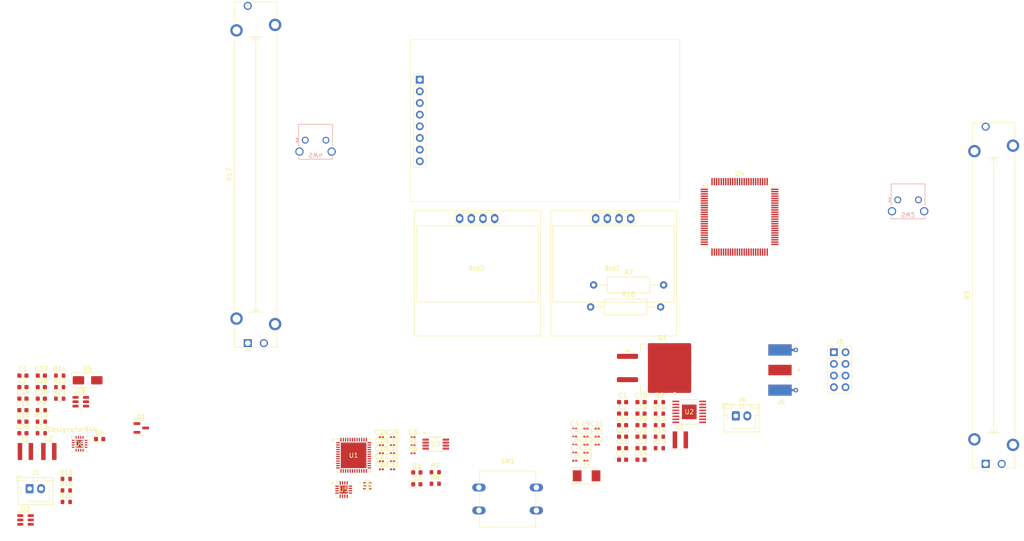
<source format=kicad_pcb>
(kicad_pcb (version 20240108) (generator "pcbnew") (generator_version "8.0")
  (layers (0 "F.Cu" signal) (31 "B.Cu" signal) (34 "B.Paste" user) (35 "F.Paste" user) (36 "B.SilkS" user "B.Silkscreen") (37 "F.SilkS" user "F.Silkscreen") (38 "B.Mask" user) (39 "F.Mask" user) (44 "Edge.Cuts" user))
  (net 0 "")
  (net 1 "+3V3")
  (net 2 "/MCU/I2C2_SDA")
  (net 3 "GNDA")
  (net 4 "/MCU/I2C2_SCL")
  (net 5 "/MCU/I2C1_SDA")
  (net 6 "/MCU/I2C1_SCL")
  (net 7 "Net-(U2-MLF)")
  (net 8 "Net-(C2-Pad2)")
  (net 9 "/MCU/OSC_IN")
  (net 10 "/Connectors/NRST")
  (net 11 "/MCU/OSC_OUT")
  (net 12 "Net-(C7-Pad1)")
  (net 13 "Net-(C8-Pad1)")
  (net 14 "Net-(U2-SS{slash}*INH)")
  (net 15 "Net-(U2-COMP)")
  (net 16 "Net-(U2-DELAY)")
  (net 17 "Net-(U2-VOUT)")
  (net 18 "VDD_BATT")
  (net 19 "Net-(D1-A)")
  (net 20 "Net-(D2-A)")
  (net 21 "/MCU/SPI2_SCLK")
  (net 22 "/MCU/SPI2_MOSI")
  (net 23 "/Outputs/LCD_RST")
  (net 24 "/Outputs/LCD_DC")
  (net 25 "/MCU/SPI2_CS_LCD")
  (net 26 "/Connectors/PWR_SW")
  (net 27 "VDD_BATT_PRE_SW")
  (net 28 "/Connectors/USART_TX")
  (net 29 "/Connectors/SWCLK")
  (net 30 "/Connectors/USART_RX")
  (net 32 "/Connectors/SWDIO")
  (net 33 "/Connectors/RF_ANT")
  (net 34 "Net-(L1-Pad1)")
  (net 35 "Net-(U3-IN1)")
  (net 36 "/Inputs/Button_R")
  (net 37 "/Inputs/Slider_R")
  (net 38 "VDD_REF")
  (net 39 "Net-(U2-FSW)")
  (net 40 "VDD_USB")
  (net 41 "Net-(U2-RST)")
  (net 42 "/Inputs/Button_L")
  (net 43 "/Inputs/Slider_L")
  (net 45 "Net-(U1-RFN24)")
  (net 50 "/MCU/SPI4_CS_RF")
  (net 51 "Net-(U1-RFP24)")
  (net 53 "/RF/IRQ")
  (net 58 "/MCU/RF_NRST")
  (net 62 "/MCU/SPI4_MISO_RF")
  (net 63 "/MCU/SPI4_SCLK_RF")
  (net 64 "/RF/TXEN")
  (net 66 "/RF/RXEN")
  (net 70 "/MCU/SPI4_MOSI_RF")
  (net 72 "/ADC/MOSI")
  (net 73 "/ADC/MISO")
  (net 74 "/ADC/ADC_CS")
  (net 75 "/ADC/SCLK")
  (net 85 "/MCU/ALERT_GPIO")
  (net 100 "Net-(U8-PMID)")
  (net 101 "/MCU/SPI2_MISO")
  (net 102 "/Power/REGN")
  (net 133 "Net-(U5-TXRX)")
  (net 139 "Net-(C15-Pad1)")
  (net 140 "Net-(U8-BTST)")
  (net 141 "Net-(Q1-D)")
  (net 142 "Net-(U9-SW)")
  (net 143 "Net-(U9-BST)")
  (net 144 "GND_A")
  (net 145 "Net-(U9-EN)")
  (net 146 "Net-(D4-K)")
  (net 147 "GND_BATT")
  (net 148 "Net-(U8-STAT)")
  (net 149 "Net-(U8-ICHG)")
  (net 151 "Net-(U8-VSET)")
  (net 152 "/Power/BAT_TS")
  (net 153 "Net-(J2-SHIELD)")
  (net 154 "Net-(J2-CC1)")
  (net 155 "Net-(J2-CC2)")
  (net 156 "Net-(J2-D--PadA7)")
  (net 157 "Net-(J2-D+-PadA6)")
  (net 158 "/Connectors/CON_USB_D+")
  (net 159 "/Connectors/CON_USB_D-")
  (footprint "Capacitor_SMD:C_0603_1608Metric" (layer "F.Cu") (at 40.3025 116.595)
    (property "Reference" "C37" (at 0 -1.43 0) (layer "F.SilkS"))
    (property "Value" "22uF/16V")
    (pad "1" smd roundrect (at -0.775 0) (size 0.9 0.95) (layers "F.Cu" "F.Paste" "F.Mask") (net 1 "+3V3"))
    (pad "2" smd roundrect (at 0.775 0) (size 0.9 0.95) (layers "F.Cu" "F.Paste" "F.Mask") (net 144 "GND_A"))
  )
  (footprint "Capacitor_SMD:C_0603_1608Metric" (layer "F.Cu") (at 166.852 127.39)
    (property "Reference" "C14" (at 0 -1.43 0) (layer "F.SilkS"))
    (property "Value" "68nF/25V")
    (pad "1" smd roundrect (at -0.775 0) (size 0.9 0.95) (layers "F.Cu" "F.Paste" "F.Mask") (net 14 "Net-(U2-SS{slash}*INH)"))
    (pad "2" smd roundrect (at 0.775 0) (size 0.9 0.95) (layers "F.Cu" "F.Paste" "F.Mask") (net 3 "GNDA"))
  )
  (footprint "Capacitor_SMD:C_0201_0603Metric" (layer "F.Cu") (at 161.322 128.13)
    (property "Reference" "C21" (at 0 -1.05 0) (layer "F.SilkS"))
    (property "Value" "0.1uF/10V")
    (pad "1" smd roundrect (at -0.32 0) (size 0.46 0.4) (layers "F.Cu" "F.Mask") (net 1 "+3V3"))
    (pad "2" smd roundrect (at 0.32 0) (size 0.46 0.4) (layers "F.Cu" "F.Mask") (net 3 "GNDA"))
  )
  (footprint "Capacitor_SMD:C_0201_0603Metric" (layer "F.Cu") (at 121.232 130.02)
    (property "Reference" "C3" (at 0 -1.05 0) (layer "F.SilkS"))
    (property "Value" "0.1uF/10V")
    (pad "1" smd roundrect (at -0.32 0) (size 0.46 0.4) (layers "F.Cu" "F.Mask") (net 1 "+3V3"))
    (pad "2" smd roundrect (at 0.32 0) (size 0.46 0.4) (layers "F.Cu" "F.Mask") (net 3 "GNDA"))
  )
  (footprint "Capacitor_SMD:C_0201_0603Metric" (layer "F.Cu") (at 116.782 130.02)
    (property "Reference" "C29" (at 0 -1.05 0) (layer "F.SilkS"))
    (property "Value" "0.1uF/10V")
    (pad "1" smd roundrect (at -0.32 0) (size 0.46 0.4) (layers "F.Cu" "F.Mask") (net 1 "+3V3"))
    (pad "2" smd roundrect (at 0.32 0) (size 0.46 0.4) (layers "F.Cu" "F.Mask") (net 3 "GNDA"))
  )
  (footprint "Resistor_SMD:R_0201_0603Metric" (layer "F.Cu") (at 121.232 131.77)
    (property "Reference" "R1" (at 0 -1.05 0) (layer "F.SilkS"))
    (property "Value" "68Kohm")
    (pad "1" smd roundrect (at -0.32 0) (size 0.46 0.4) (layers "F.Cu" "F.Mask") (net 3 "GNDA"))
    (pad "2" smd roundrect (at 0.32 0) (size 0.46 0.4) (layers "F.Cu" "F.Mask") (net 35 "Net-(U3-IN1)"))
  )
  (footprint "Capacitor_SMD:C_0201_0603Metric" (layer "F.Cu") (at 158.872 129.88)
    (property "Reference" "C10" (at 0 -1.05 0) (layer "F.SilkS"))
    (property "Value" "0.1uF/10V")
    (pad "1" smd roundrect (at -0.32 0) (size 0.46 0.4) (layers "F.Cu" "F.Mask") (net 1 "+3V3"))
    (pad "2" smd roundrect (at 0.32 0) (size 0.46 0.4) (layers "F.Cu" "F.Mask") (net 3 "GNDA"))
  )
  (footprint "Resistor_SMD:R_0201_0603Metric" (layer "F.Cu") (at 161.322 129.88)
    (property "Reference" "R11" (at 0 -1.05 0) (layer "F.SilkS"))
    (property "Value" "10kohm")
    (pad "1" smd roundrect (at -0.32 0) (size 0.46 0.4) (layers "F.Cu" "F.Mask") (net 1 "+3V3"))
    (pad "2" smd roundrect (at 0.32 0) (size 0.46 0.4) (layers "F.Cu" "F.Mask") (net 10 "/Connectors/NRST"))
  )
  (footprint "Connector_PinHeader_2.54mm:PinHeader_2x04_P2.54mm_Vertical" (layer "F.Cu") (at 212.852 111.506)
    (property "Reference" "J5" (at 1.27 -2.33 0) (layer "F.SilkS"))
    (property "Value" "MCU_IF")
    (pad "1" thru_hole rect (at 0 0) (size 1.7 1.7) (drill 1) (layers "*.Cu" "*.Mask") (net 28 "/Connectors/USART_TX"))
    (pad "2" thru_hole oval (at 2.54 0) (size 1.7 1.7) (drill 1) (layers "*.Cu" "*.Mask") (net 30 "/Connectors/USART_RX"))
    (pad "3" thru_hole oval (at 0 2.54) (size 1.7 1.7) (drill 1) (layers "*.Cu" "*.Mask") (net 29 "/Connectors/SWCLK"))
    (pad "4" thru_hole oval (at 2.54 2.54) (size 1.7 1.7) (drill 1) (layers "*.Cu" "*.Mask") (net 32 "/Connectors/SWDIO"))
    (pad "5" thru_hole oval (at 0 5.08) (size 1.7 1.7) (drill 1) (layers "*.Cu" "*.Mask") (net 10 "/Connectors/NRST"))
    (pad "6" thru_hole oval (at 2.54 5.08) (size 1.7 1.7) (drill 1) (layers "*.Cu" "*.Mask") (net 3 "GNDA"))
    (pad "7" thru_hole oval (at 0 7.62) (size 1.7 1.7) (drill 1) (layers "*.Cu" "*.Mask") (net 1 "+3V3"))
    (pad "8" thru_hole oval (at 2.54 7.62) (size 1.7 1.7) (drill 1) (layers "*.Cu" "*.Mask"))
  )
  (footprint "Package_TO_SOT_SMD:SOT-23-6" (layer "F.Cu") (at 36.8625 148.05)
    (property "Reference" "U2" (at 0 -2.4 0) (layer "F.SilkS"))
    (property "Value" "USBLC6-2SC6")
    (pad "1" smd roundrect (at -1.1375 -0.95) (size 1.325 0.6) (layers "F.Cu" "F.Paste" "F.Mask") (net 157 "Net-(J2-D+-PadA6)"))
    (pad "2" smd roundrect (at -1.1375 0) (size 1.325 0.6) (layers "F.Cu" "F.Paste" "F.Mask") (net 3 "GNDA"))
    (pad "3" smd roundrect (at -1.1375 0.95) (size 1.325 0.6) (layers "F.Cu" "F.Paste" "F.Mask") (net 156 "Net-(J2-D--PadA7)"))
    (pad "4" smd roundrect (at 1.1375 0.95) (size 1.325 0.6) (layers "F.Cu" "F.Paste" "F.Mask") (net 159 "/Connectors/CON_USB_D-"))
    (pad "5" smd roundrect (at 1.1375 0) (size 1.325 0.6) (layers "F.Cu" "F.Paste" "F.Mask") (net 40 "VDD_USB"))
    (pad "6" smd roundrect (at 1.1375 -0.95) (size 1.325 0.6) (layers "F.Cu" "F.Paste" "F.Mask") (net 158 "/Connectors/CON_USB_D+"))
  )
  (footprint "Resistor_SMD:R_0603_1608Metric" (layer "F.Cu") (at 45.7425 141.615)
    (property "Reference" "R19" (at 0 -1.43 0) (layer "F.SilkS"))
    (property "Value" "5.11kohm")
    (pad "1" smd roundrect (at -0.825 0) (size 0.8 0.95) (layers "F.Cu" "F.Paste" "F.Mask") (net 3 "GNDA"))
    (pad "2" smd roundrect (at 0.825 0) (size 0.8 0.95) (layers "F.Cu" "F.Paste" "F.Mask") (net 154 "Net-(J2-CC1)"))
  )
  (footprint "Capacitor_SMD:C_0201_0603Metric" (layer "F.Cu") (at 114.332 137.02)
    (property "Reference" "C28" (at 0 -1.05 0) (layer "F.SilkS"))
    (property "Value" "0.1uF/10V")
    (pad "1" smd roundrect (at -0.32 0) (size 0.46 0.4) (layers "F.Cu" "F.Mask") (net 1 "+3V3"))
    (pad "2" smd roundrect (at 0.32 0) (size 0.46 0.4) (layers "F.Cu" "F.Mask") (net 3 "GNDA"))
  )
  (footprint "footprints:2450FB15A050E_JOT" (layer "F.Cu") (at 111.2754 140.6085)
    (property "Reference" "U6" (at 0 0 0) (layer "F.SilkS"))
    (property "Value" "2450FB15A050E")
    (pad "1" smd rect (at -0.625 -0.649999) (size 0.6096 0.254) (layers "F.Cu" "F.Paste" "F.Mask") (net 133 "Net-(U5-TXRX)"))
    (pad "2" smd rect (at -0.625 0) (size 0.6096 0.254) (layers "F.Cu" "F.Paste" "F.Mask") (net 3 "GNDA"))
    (pad "3" smd rect (at -0.625 0.649999) (size 0.6096 0.254) (layers "F.Cu" "F.Paste" "F.Mask") (net 45 "Net-(U1-RFN24)"))
    (pad "4" smd rect (at 0.625 0.649999) (size 0.6096 0.254) (layers "F.Cu" "F.Paste" "F.Mask") (net 51 "Net-(U1-RFP24)"))
    (pad "5" smd rect (at 0.625 0) (size 0.6096 0.254) (layers "F.Cu" "F.Paste" "F.Mask") (net 3 "GNDA"))
    (pad "6" smd rect (at 0.625 -0.649999) (size 0.6096 0.254) (layers "F.Cu" "F.Paste" "F.Mask") (net 3 "GNDA"))
  )
  (footprint "Package_QFP:LQFP-100_14x14mm_P0.5mm" (layer "F.Cu") (at 192.325 82)
    (property "Reference" "U4" (at 0 -9.42 0) (layer "F.SilkS"))
    (property "Value" "STM32H743VGTx")
    (pad "1" smd roundrect (at -7.675 -6) (size 1.6 0.3) (layers "F.Cu" "F.Paste" "F.Mask"))
    (pad "2" smd roundrect (at -7.675 -5.5) (size 1.6 0.3) (layers "F.Cu" "F.Paste" "F.Mask"))
    (pad "3" smd roundrect (at -7.675 -5) (size 1.6 0.3) (layers "F.Cu" "F.Paste" "F.Mask"))
    (pad "4" smd roundrect (at -7.675 -4.5) (size 1.6 0.3) (layers "F.Cu" "F.Paste" "F.Mask"))
    (pad "5" smd roundrect (at -7.675 -4) (size 1.6 0.3) (layers "F.Cu" "F.Paste" "F.Mask") (net 70 "/MCU/SPI4_MOSI_RF"))
    (pad "6" smd roundrect (at -7.675 -3.5) (size 1.6 0.3) (layers "F.Cu" "F.Paste" "F.Mask") (net 1 "+3V3"))
    (pad "7" smd roundrect (at -7.675 -3) (size 1.6 0.3) (layers "F.Cu" "F.Paste" "F.Mask"))
    (pad "8" smd roundrect (at -7.675 -2.5) (size 1.6 0.3) (layers "F.Cu" "F.Paste" "F.Mask"))
    (pad "9" smd roundrect (at -7.675 -2) (size 1.6 0.3) (layers "F.Cu" "F.Paste" "F.Mask"))
    (pad "10" smd roundrect (at -7.675 -1.5) (size 1.6 0.3) (layers "F.Cu" "F.Paste" "F.Mask") (net 3 "GNDA"))
    (pad "11" smd roundrect (at -7.675 -1) (size 1.6 0.3) (layers "F.Cu" "F.Paste" "F.Mask") (net 1 "+3V3"))
    (pad "12" smd roundrect (at -7.675 -0.5) (size 1.6 0.3) (layers "F.Cu" "F.Paste" "F.Mask") (net 9 "/MCU/OSC_IN"))
    (pad "13" smd roundrect (at -7.675 0) (size 1.6 0.3) (layers "F.Cu" "F.Paste" "F.Mask") (net 11 "/MCU/OSC_OUT"))
    (pad "14" smd roundrect (at -7.675 0.5) (size 1.6 0.3) (layers "F.Cu" "F.Paste" "F.Mask") (net 10 "/Connectors/NRST"))
    (pad "15" smd roundrect (at -7.675 1) (size 1.6 0.3) (layers "F.Cu" "F.Paste" "F.Mask") (net 85 "/MCU/ALERT_GPIO"))
    (pad "16" smd roundrect (at -7.675 1.5) (size 1.6 0.3) (layers "F.Cu" "F.Paste" "F.Mask") (net 22 "/MCU/SPI2_MOSI"))
    (pad "17" smd roundrect (at -7.675 2) (size 1.6 0.3) (layers "F.Cu" "F.Paste" "F.Mask") (net 101 "/MCU/SPI2_MISO"))
    (pad "18" smd roundrect (at -7.675 2.5) (size 1.6 0.3) (layers "F.Cu" "F.Paste" "F.Mask") (net 25 "/MCU/SPI2_CS_LCD"))
    (pad "19" smd roundrect (at -7.675 3) (size 1.6 0.3) (layers "F.Cu" "F.Paste" "F.Mask") (net 3 "GNDA"))
    (pad "20" smd roundrect (at -7.675 3.5) (size 1.6 0.3) (layers "F.Cu" "F.Paste" "F.Mask") (net 1 "+3V3"))
    (pad "21" smd roundrect (at -7.675 4) (size 1.6 0.3) (layers "F.Cu" "F.Paste" "F.Mask") (net 1 "+3V3"))
    (pad "22" smd roundrect (at -7.675 4.5) (size 1.6 0.3) (layers "F.Cu" "F.Paste" "F.Mask"))
    (pad "23" smd roundrect (at -7.675 5) (size 1.6 0.3) (layers "F.Cu" "F.Paste" "F.Mask"))
    (pad "24" smd roundrect (at -7.675 5.5) (size 1.6 0.3) (layers "F.Cu" "F.Paste" "F.Mask"))
    (pad "25" smd roundrect (at -7.675 6) (size 1.6 0.3) (layers "F.Cu" "F.Paste" "F.Mask"))
    (pad "26" smd roundrect (at -6 7.675) (size 0.3 1.6) (layers "F.Cu" "F.Paste" "F.Mask") (net 3 "GNDA"))
    (pad "27" smd roundrect (at -5.5 7.675) (size 0.3 1.6) (layers "F.Cu" "F.Paste" "F.Mask") (net 1 "+3V3"))
    (pad "28" smd roundrect (at -5 7.675) (size 0.3 1.6) (layers "F.Cu" "F.Paste" "F.Mask"))
    (pad "29" smd roundrect (at -4.5 7.675) (size 0.3 1.6) (layers "F.Cu" "F.Paste" "F.Mask"))
    (pad "30" smd roundrect (at -4 7.675) (size 0.3 1.6) (layers "F.Cu" "F.Paste" "F.Mask"))
    (pad "31" smd roundrect (at -3.5 7.675) (size 0.3 1.6) (layers "F.Cu" "F.Paste" "F.Mask") (net 43 "/Inputs/Slider_L"))
    (pad "32" smd roundrect (at -3 7.675) (size 0.3 1.6) (layers "F.Cu" "F.Paste" "F.Mask"))
    (pad "33" smd roundrect (at -2.5 7.675) (size 0.3 1.6) (layers "F.Cu" "F.Paste" "F.Mask"))
    (pad "34" smd roundrect (at -2 7.675) (size 0.3 1.6) (layers "F.Cu" "F.Paste" "F.Mask") (net 37 "/Inputs/Slider_R"))
    (pad "35" smd roundrect (at -1.5 7.675) (size 0.3 1.6) (layers "F.Cu" "F.Paste" "F.Mask"))
    (pad "36" smd roundrect (at -1 7.675) (size 0.3 1.6) (layers "F.Cu" "F.Paste" "F.Mask") (net 72 "/ADC/MOSI"))
    (pad "37" smd roundrect (at -0.5 7.675) (size 0.3 1.6) (layers "F.Cu" "F.Paste" "F.Mask"))
    (pad "38" smd roundrect (at 0 7.675) (size 0.3 1.6) (layers "F.Cu" "F.Paste" "F.Mask"))
    (pad "39" smd roundrect (at 0.5 7.675) (size 0.3 1.6) (layers "F.Cu" "F.Paste" "F.Mask"))
    (pad "40" smd roundrect (at 1 7.675) (size 0.3 1.6) (layers "F.Cu" "F.Paste" "F.Mask") (net 58 "/MCU/RF_NRST"))
    (pad "41" smd roundrect (at 1.5 7.675) (size 0.3 1.6) (layers "F.Cu" "F.Paste" "F.Mask") (net 50 "/MCU/SPI4_CS_RF"))
    (pad "42" smd roundrect (at 2 7.675) (size 0.3 1.6) (layers "F.Cu" "F.Paste" "F.Mask") (net 63 "/MCU/SPI4_SCLK_RF"))
    (pad "43" smd roundrect (at 2.5 7.675) (size 0.3 1.6) (layers "F.Cu" "F.Paste" "F.Mask") (net 62 "/MCU/SPI4_MISO_RF"))
    (pad "44" smd roundrect (at 3 7.675) (size 0.3 1.6) (layers "F.Cu" "F.Paste" "F.Mask"))
    (pad "45" smd roundrect (at 3.5 7.675) (size 0.3 1.6) (layers "F.Cu" "F.Paste" "F.Mask"))
    (pad "46" smd roundrect (at 4 7.675) (size 0.3 1.6) (layers "F.Cu" "F.Paste" "F.Mask") (net 4 "/MCU/I2C2_SCL"))
    (pad "47" smd roundrect (at 4.5 7.675) (size 0.3 1.6) (layers "F.Cu" "F.Paste" "F.Mask") (net 2 "/MCU/I2C2_SDA"))
    (pad "48" smd roundrect (at 5 7.675) (size 0.3 1.6) (layers "F.Cu" "F.Paste" "F.Mask") (net 12 "Net-(C7-Pad1)"))
    (pad "49" smd roundrect (at 5.5 7.675) (size 0.3 1.6) (layers "F.Cu" "F.Paste" "F.Mask") (net 3 "GNDA"))
    (pad "50" smd roundrect (at 6 7.675) (size 0.3 1.6) (layers "F.Cu" "F.Paste" "F.Mask") (net 1 "+3V3"))
    (pad "51" smd roundrect (at 7.675 6) (size 1.6 0.3) (layers "F.Cu" "F.Paste" "F.Mask"))
    (pad "52" smd roundrect (at 7.675 5.5) (size 1.6 0.3) (layers "F.Cu" "F.Paste" "F.Mask") (net 21 "/MCU/SPI2_SCLK"))
    (pad "53" smd roundrect (at 7.675 5) (size 1.6 0.3) (layers "F.Cu" "F.Paste" "F.Mask") (net 28 "/Connectors/USART_TX"))
    (pad "54" smd roundrect (at 7.675 4.5) (size 1.6 0.3) (layers "F.Cu" "F.Paste" "F.Mask") (net 30 "/Connectors/USART_RX"))
    (pad "55" smd roundrect (at 7.675 4) (size 1.6 0.3) (layers "F.Cu" "F.Paste" "F.Mask"))
    (pad "56" smd roundrect (at 7.675 3.5) (size 1.6 0.3) (layers "F.Cu" "F.Paste" "F.Mask"))
    (pad "57" smd roundrect (at 7.675 3) (size 1.6 0.3) (layers "F.Cu" "F.Paste" "F.Mask"))
    (pad "58" smd roundrect (at 7.675 2.5) (size 1.6 0.3) (layers "F.Cu" "F.Paste" "F.Mask"))
    (pad "59" smd roundrect (at 7.675 2) (size 1.6 0.3) (layers "F.Cu" "F.Paste" "F.Mask"))
    (pad "60" smd roundrect (at 7.675 1.5) (size 1.6 0.3) (layers "F.Cu" "F.Paste" "F.Mask"))
    (pad "61" smd roundrect (at 7.675 1) (size 1.6 0.3) (layers "F.Cu" "F.Paste" "F.Mask"))
    (pad "62" smd roundrect (at 7.675 0.5) (size 1.6 0.3) (layers "F.Cu" "F.Paste" "F.Mask"))
    (pad "63" smd roundrect (at 7.675 0) (size 1.6 0.3) (layers "F.Cu" "F.Paste" "F.Mask"))
    (pad "64" smd roundrect (at 7.675 -0.5) (size 1.6 0.3) (layers "F.Cu" "F.Paste" "F.Mask"))
    (pad "65" smd roundrect (at 7.675 -1) (size 1.6 0.3) (layers "F.Cu" "F.Paste" "F.Mask"))
    (pad "66" smd roundrect (at 7.675 -1.5) (size 1.6 0.3) (layers "F.Cu" "F.Paste" "F.Mask"))
    (pad "67" smd roundrect (at 7.675 -2) (size 1.6 0.3) (layers "F.Cu" "F.Paste" "F.Mask"))
    (pad "68" smd roundrect (at 7.675 -2.5) (size 1.6 0.3) (layers "F.Cu" "F.Paste" "F.Mask"))
    (pad "69" smd roundrect (at 7.675 -3) (size 1.6 0.3) (layers "F.Cu" "F.Paste" "F.Mask"))
    (pad "70" smd roundrect (at 7.675 -3.5) (size 1.6 0.3) (layers "F.Cu" "F.Paste" "F.Mask") (net 159 "/Connectors/CON_USB_D-"))
    (pad "71" smd roundrect (at 7.675 -4) (size 1.6 0.3) (layers "F.Cu" "F.Paste" "F.Mask") (net 158 "/Connectors/CON_USB_D+"))
    (pad "72" smd roundrect (at 7.675 -4.5) (size 1.6 0.3) (layers "F.Cu" "F.Paste" "F.Mask"))
    (pad "73" smd roundrect (at 7.675 -5) (size 1.6 0.3) (layers "F.Cu" "F.Paste" "F.Mask") (net 13 "Net-(C8-Pad1)"))
    (pad "74" smd roundrect (at 7.675 -5.5) (size 1.6 0.3) (layers "F.Cu" "F.Paste" "F.Mask") (net 3 "GNDA"))
    (pad "75" smd roundrect (at 7.675 -6) (size 1.6 0.3) (layers "F.Cu" "F.Paste" "F.Mask") (net 1 "+3V3"))
    (pad "76" smd roundrect (at 6 -7.675) (size 0.3 1.6) (layers "F.Cu" "F.Paste" "F.Mask") (net 29 "/Connectors/SWCLK"))
    (pad "77" smd roundrect (at 5.5 -7.675) (size 0.3 1.6) (layers "F.Cu" "F.Paste" "F.Mask") (net 32 "/Connectors/SWDIO"))
    (pad "78" smd roundrect (at 5 -7.675) (size 0.3 1.6) (layers "F.Cu" "F.Paste" "F.Mask") (net 75 "/ADC/SCLK"))
    (pad "79" smd roundrect (at 4.5 -7.675) (size 0.3 1.6) (layers "F.Cu" "F.Paste" "F.Mask") (net 73 "/ADC/MISO"))
    (pad "80" smd roundrect (at 4 -7.675) (size 0.3 1.6) (layers "F.Cu" "F.Paste" "F.Mask") (net 74 "/ADC/ADC_CS"))
    (pad "81" smd roundrect (at 3.5 -7.675) (size 0.3 1.6) (layers "F.Cu" "F.Paste" "F.Mask") (net 42 "/Inputs/Button_L"))
    (pad "82" smd roundrect (at 3 -7.675) (size 0.3 1.6) (layers "F.Cu" "F.Paste" "F.Mask") (net 36 "/Inputs/Button_R"))
    (pad "83" smd roundrect (at 2.5 -7.675) (size 0.3 1.6) (layers "F.Cu" "F.Paste" "F.Mask"))
    (pad "84" smd roundrect (at 2 -7.675) (size 0.3 1.6) (layers "F.Cu" "F.Paste" "F.Mask"))
    (pad "85" smd roundrect (at 1.5 -7.675) (size 0.3 1.6) (layers "F.Cu" "F.Paste" "F.Mask"))
    (pad "86" smd roundrect (at 1 -7.675) (size 0.3 1.6) (layers "F.Cu" "F.Paste" "F.Mask"))
    (pad "87" smd roundrect (at 0.5 -7.675) (size 0.3 1.6) (layers "F.Cu" "F.Paste" "F.Mask"))
    (pad "88" smd roundrect (at 0 -7.675) (size 0.3 1.6) (layers "F.Cu" "F.Paste" "F.Mask"))
    (pad "89" smd roundrect (at -0.5 -7.675) (size 0.3 1.6) (layers "F.Cu" "F.Paste" "F.Mask"))
    (pad "90" smd roundrect (at -1 -7.675) (size 0.3 1.6) (layers "F.Cu" "F.Paste" "F.Mask"))
    (pad "91" smd roundrect (at -1.5 -7.675) (size 0.3 1.6) (layers "F.Cu" "F.Paste" "F.Mask"))
    (pad "92" smd roundrect (at -2 -7.675) (size 0.3 1.6) (layers "F.Cu" "F.Paste" "F.Mask") (net 6 "/MCU/I2C1_SCL"))
    (pad "93" smd roundrect (at -2.5 -7.675) (size 0.3 1.6) (layers "F.Cu" "F.Paste" "F.Mask"))
    (pad "94" smd roundrect (at -3 -7.675) (size 0.3 1.6) (layers "F.Cu" "F.Paste" "F.Mask"))
    (pad "95" smd roundrect (at -3.5 -7.675) (size 0.3 1.6) (layers "F.Cu" "F.Paste" "F.Mask"))
    (pad "96" smd roundrect (at -4 -7.675) (size 0.3 1.6) (layers "F.Cu" "F.Paste" "F.Mask") (net 5 "/MCU/I2C1_SDA"))
    (pad "97" smd roundrect (at -4.5 -7.675) (size 0.3 1.6) (layers "F.Cu" "F.Paste" "F.Mask"))
    (pad "98" smd roundrect (at -5 -7.675) (size 0.3 1.6) (layers "F.Cu" "F.Paste" "F.Mask"))
    (pad "99" smd roundrect (at -5.5 -7.675) (size 0.3 1.6) (layers "F.Cu" "F.Paste" "F.Mask") (net 3 "GNDA"))
    (pad "100" smd roundrect (at -6 -7.675) (size 0.3 1.6) (layers "F.Cu" "F.Paste" "F.Mask") (net 1 "+3V3"))
  )
  (footprint "Capacitor_SMD:C_0603_1608Metric" (layer "F.Cu") (at 40.3025 121.615)
    (property "Reference" "C39" (at 0 -1.43 0) (layer "F.SilkS"))
    (property "Value" "10uF/16V")
    (pad "1" smd roundrect (at -0.775 0) (size 0.9 0.95) (layers "F.Cu" "F.Paste" "F.Mask") (net 145 "Net-(U9-EN)"))
    (pad "2" smd roundrect (at 0.775 0) (size 0.9 0.95) (layers "F.Cu" "F.Paste" "F.Mask") (net 3 "GNDA"))
  )
  (footprint "Potentiometer_THT:Potentiometer_Bourns_PTA6043_Single_Slide" (layer "F.Cu") (at 85.25 109.52 90)
    (property "Reference" "R17" (at 36.75 -4 90) (layer "F.SilkS"))
    (property "Value" "PTA6043-2015CPB103")
    (pad "1" thru_hole rect (at 0 0 90) (size 1.75 1.75) (drill 1.2) (layers "*.Cu" "*.Mask") (net 1 "+3V3"))
    (pad "2" thru_hole circle (at 0 3.5 90) (size 1.75 1.75) (drill 1.2) (layers "*.Cu" "*.Mask") (net 43 "/Inputs/Slider_L"))
    (pad "3" thru_hole circle (at 73.5 0 90) (size 1.75 1.75) (drill 1.2) (layers "*.Cu" "*.Mask") (net 3 "GNDA"))
    (pad "MP" thru_hole circle (at 4.15 5.95 90) (size 2.7 2.7) (drill 1.7) (layers "*.Cu" "*.Mask"))
    (pad "MP" thru_hole circle (at 5.35 -2.45 90) (size 2.7 2.7) (drill 1.7) (layers "*.Cu" "*.Mask"))
    (pad "MP" thru_hole circle (at 68.15 -2.45 90) (size 2.7 2.7) (drill 1.7) (layers "*.Cu" "*.Mask"))
    (pad "MP" thru_hole circle (at 69.35 5.95 90) (size 2.7 2.7) (drill 1.7) (layers "*.Cu" "*.Mask"))
  )
  (footprint "Capacitor_SMD:C_0201_0603Metric" (layer "F.Cu") (at 116.782 133.52)
    (property "Reference" "C31" (at 0 -1.05 0) (layer "F.SilkS"))
    (property "Value" "0.1uF/10V")
    (pad "1" smd roundrect (at -0.32 0) (size 0.46 0.4) (layers "F.Cu" "F.Mask") (net 1 "+3V3"))
    (pad "2" smd roundrect (at 0.32 0) (size 0.46 0.4) (layers "F.Cu" "F.Mask") (net 3 "GNDA"))
  )
  (footprint "Capacitor_SMD:C_0603_1608Metric" (layer "F.Cu") (at 170.862 127.39)
    (property "Reference" "C20" (at 0 -1.43 0) (layer "F.SilkS"))
    (property "Value" "1uF/50V")
    (pad "1" smd roundrect (at -0.775 0) (size 0.9 0.95) (layers "F.Cu" "F.Paste" "F.Mask") (net 18 "VDD_BATT"))
    (pad "2" smd roundrect (at 0.775 0) (size 0.9 0.95) (layers "F.Cu" "F.Paste" "F.Mask") (net 3 "GNDA"))
  )
  (footprint "Capacitor_SMD:C_0201_0603Metric" (layer "F.Cu") (at 156.422 135.13)
    (property "Reference" "C8" (at 0 -1.05 0) (layer "F.SilkS"))
    (property "Value" "2.2uF/10V")
    (pad "1" smd roundrect (at -0.32 0) (size 0.46 0.4) (layers "F.Cu" "F.Mask") (net 13 "Net-(C8-Pad1)"))
    (pad "2" smd roundrect (at 0.32 0) (size 0.46 0.4) (layers "F.Cu" "F.Mask") (net 3 "GNDA"))
  )
  (footprint "Capacitor_SMD:C_0603_1608Metric" (layer "F.Cu") (at 170.862 132.41)
    (property "Reference" "C23" (at 0 -1.43 0) (layer "F.SilkS"))
    (property "Value" "1uF/50V")
    (pad "1" smd roundrect (at -0.775 0) (size 0.9 0.95) (layers "F.Cu" "F.Paste" "F.Mask") (net 18 "VDD_BATT"))
    (pad "2" smd roundrect (at 0.775 0) (size 0.9 0.95) (layers "F.Cu" "F.Paste" "F.Mask") (net 3 "GNDA"))
  )
  (footprint "SSD1306:128x64OLED" (layer "F.Cu") (at 135 92.960414)
    (property "Reference" "Brd2" (at 0 0.254 0) (layer "F.SilkS"))
    (property "Value" "SSD1306")
    (pad "1" thru_hole oval (at -3.62 -10.6 90) (size 2 1.6) (drill 1) (layers "*.Cu" "*.Mask") (net 3 "GNDA"))
    (pad "2" thru_hole oval (at -1.08 -10.6 90) (size 2 1.6) (drill 1) (layers "*.Cu" "*.Mask") (net 1 "+3V3"))
    (pad "3" thru_hole oval (at 1.46 -10.6 90) (size 2 1.6) (drill 1) (layers "*.Cu" "*.Mask") (net 6 "/MCU/I2C1_SCL"))
    (pad "4" thru_hole oval (at 4 -10.6 90) (size 2 1.6) (drill 1) (layers "*.Cu" "*.Mask") (net 5 "/MCU/I2C1_SDA"))
  )
  (footprint "Capacitor_SMD:C_0603_1608Metric" (layer "F.Cu") (at 36.2925 126.635)
    (property "Reference" "C16" (at 0 -1.43 0) (layer "F.SilkS"))
    (property "Value" "10uF/16V")
    (pad "1" smd roundrect (at -0.775 0) (size 0.9 0.95) (layers "F.Cu" "F.Paste" "F.Mask") (net 141 "Net-(Q1-D)"))
    (pad "2" smd roundrect (at 0.775 0) (size 0.9 0.95) (layers "F.Cu" "F.Paste" "F.Mask") (net 3 "GNDA"))
  )
  (footprint "Resistor_SMD:R_0603_1608Metric" (layer "F.Cu") (at 40.3025 124.125)
    (property "Reference" "R9" (at 0 -1.43 0) (layer "F.SilkS"))
    (property "Value" "1.5kohm")
    (pad "1" smd roundrect (at -0.825 0) (size 0.8 0.95) (layers "F.Cu" "F.Paste" "F.Mask") (net 146 "Net-(D4-K)"))
    (pad "2" smd roundrect (at 0.825 0) (size 0.8 0.95) (layers "F.Cu" "F.Paste" "F.Mask") (net 148 "Net-(U8-STAT)"))
  )
  (footprint "Connector_JST:JST_XH_B2B-XH-AM_1x02_P2.50mm_Vertical" (layer "F.Cu") (at 37.7625 141.225)
    (property "Reference" "J1" (at 1.25 -3.55 0) (layer "F.SilkS"))
    (property "Value" "Conn_01x02")
    (pad "" np_thru_hole circle (at -1.6 2) (size 1.2 1.2) (drill 1.2) (layers "*.Cu" "*.Mask"))
    (pad "1" thru_hole roundrect (at 0 0) (size 1.7 2) (drill 1) (layers "*.Cu" "*.Mask") (roundrect_rratio 0.147059) (net 18 "VDD_BATT"))
    (pad "2" thru_hole oval (at 2.5 0) (size 1.7 2) (drill 1) (layers "*.Cu" "*.Mask") (net 147 "GND_BATT"))
  )
  (footprint "Resistor_SMD:R_0603_1608Metric" (layer "F.Cu") (at 174.872 127.39)
    (property "Reference" "R13" (at 0 -1.43 0) (layer "F.SilkS"))
    (property "Value" "1Mohm")
    (pad "1" smd roundrect (at -0.825 0) (size 0.8 0.95) (layers "F.Cu" "F.Paste" "F.Mask") (net 41 "Net-(U2-RST)"))
    (pad "2" smd roundrect (at 0.825 0) (size 0.8 0.95) (layers "F.Cu" "F.Paste" "F.Mask") (net 1 "+3V3"))
  )
  (footprint "Capacitor_SMD:C_0201_0603Metric" (layer "F.Cu") (at 116.782 131.77)
    (property "Reference" "C30" (at 0 -1.05 0) (layer "F.SilkS"))
    (property "Value" "0.1uF/10V")
    (pad "1" smd roundrect (at -0.32 0) (size 0.46 0.4) (layers "F.Cu" "F.Mask") (net 1 "+3V3"))
    (pad "2" smd roundrect (at 0.32 0) (size 0.46 0.4) (layers "F.Cu" "F.Mask") (net 3 "GNDA"))
  )
  (footprint "Resistor_SMD:R_0603_1608Metric" (layer "F.Cu") (at 126.062 140.16)
    (property "Reference" "R8" (at 0 -1.43 0) (layer "F.SilkS"))
    (property "Value" "220ohm")
    (pad "1" smd roundrect (at -0.825 0) (size 0.8 0.95) (layers "F.Cu" "F.Paste" "F.Mask") (net 1 "+3V3"))
    (pad "2" smd roundrect (at 0.825 0) (size 0.8 0.95) (layers "F.Cu" "F.Paste" "F.Mask") (net 20 "Net-(D2-A)"))
  )
  (footprint "2inch_LCD:2inch_LCD" (layer "F.Cu") (at 122.7 61)
    (property "Reference" "J3" (hide yes))
    (property "Value" "Conn_01x08_Pin" (hide yes))
    (pad "1" thru_hole rect (at 0 -8.89) (size 1.7 1.7) (drill 1) (layers "*.Cu" "*.Mask") (net 1 "+3V3"))
    (pad "2" thru_hole oval (at 0 -6.35) (size 1.7 1.7) (drill 1) (layers "*.Cu" "*.Mask") (net 3 "GNDA"))
    (pad "3" thru_hole oval (at 0 -3.81) (size 1.7 1.7) (drill 1) (layers "*.Cu" "*.Mask") (net 22 "/MCU/SPI2_MOSI"))
    (pad "4" thru_hole oval (at 0 -1.27) (size 1.7 1.7) (drill 1) (layers "*.Cu" "*.Mask") (net 21 "/MCU/SPI2_SCLK"))
    (pad "5" thru_hole oval (at 0 1.27) (size 1.7 1.7) (drill 1) (layers "*.Cu" "*.Mask") (net 25 "/MCU/SPI2_CS_LCD"))
    (pad "6" thru_hole oval (at 0 3.81) (size 1.7 1.7) (drill 1) (layers "*.Cu" "*.Mask") (net 24 "/Outputs/LCD_DC"))
    (pad "7" thru_hole oval (at 0 6.35) (size 1.7 1.7) (drill 1) (layers "*.Cu" "*.Mask") (net 23 "/Outputs/LCD_RST"))
    (pad "8" thru_hole oval (at 0 8.89) (size 1.7 1.7) (drill 1) (layers "*.Cu" "*.Mask") (net 1 "+3V3"))
  )
  (footprint "Capacitor_SMD:C_0201_0603Metric" (layer "F.Cu") (at 156.422 133.38)
    (property "Reference" "C7" (at 0 -1.05 0) (layer "F.SilkS"))
    (property "Value" "2.2uF/10V")
    (pad "1" smd roundrect (at -0.32 0) (size 0.46 0.4) (layers "F.Cu" "F.Mask") (net 12 "Net-(C7-Pad1)"))
    (pad "2" smd roundrect (at 0.32 0) (size 0.46 0.4) (layers "F.Cu" "F.Mask") (net 3 "GNDA"))
  )
  (footprint "Capacitor_SMD:C_0603_1608Metric" (layer "F.Cu") (at 36.2925 116.595)
    (property "Reference" "C1" (at 0 -1.43 0) (layer "F.SilkS"))
    (property "Value" "2.2uF/16V")
    (pad "1" smd roundrect (at -0.775 0) (size 0.9 0.95) (layers "F.Cu" "F.Paste" "F.Mask") (net 40 "VDD_USB"))
    (pad "2" smd roundrect (at 0.775 0) (size 0.9 0.95) (layers "F.Cu" "F.Paste" "F.Mask") (net 3 "GNDA"))
  )
  (footprint "Resistor_SMD:R_0603_1608Metric" (layer "F.Cu") (at 44.3125 121.615)
    (property "Reference" "R21" (at 0 -1.43 0) (layer "F.SilkS"))
    (property "Value" "100kohm")
    (pad "1" smd roundrect (at -0.825 0) (size 0.8 0.95) (layers "F.Cu" "F.Paste" "F.Mask") (net 3 "GNDA"))
    (pad "2" smd roundrect (at 0.825 0) (size 0.8 0.95) (layers "F.Cu" "F.Paste" "F.Mask") (net 40 "VDD_USB"))
  )
  (footprint "Resistor_SMD:R_0603_1608Metric" (layer "F.Cu") (at 45.7425 144.125)
    (property "Reference" "R20" (at 0 -1.43 0) (layer "F.SilkS"))
    (property "Value" "5.11kohm")
    (pad "1" smd roundrect (at -0.825 0) (size 0.8 0.95) (layers "F.Cu" "F.Paste" "F.Mask") (net 3 "GNDA"))
    (pad "2" smd roundrect (at 0.825 0) (size 0.8 0.95) (layers "F.Cu" "F.Paste" "F.Mask") (net 155 "Net-(J2-CC2)"))
  )
  (footprint "Resistor_SMD:R_0603_1608Metric" (layer "F.Cu") (at 44.3125 116.595)
    (property "Reference" "R14" (at 0 -1.43 0) (layer "F.SilkS"))
    (property "Value" "1kohm")
    (pad "1" smd roundrect (at -0.825 0) (size 0.8 0.95) (layers "F.Cu" "F.Paste" "F.Mask") (net 152 "/Power/BAT_TS"))
    (pad "2" smd roundrect (at 0.825 0) (size 0.8 0.95) (layers "F.Cu" "F.Paste" "F.Mask") (net 3 "GNDA"))
  )
  (footprint "Package_TO_SOT_SMD:TO-263-2" (layer "F.Cu") (at 175.572 114.94)
    (property "Reference" "Q1" (at 0 -6.65 0) (layer "F.SilkS"))
    (property "Value" "PMOS")
    (pad "1" smd roundrect (at -7.65 -2.54) (size 4.6 1.1) (layers "F.Cu" "F.Paste" "F.Mask") (roundrect_rratio 0.227273) (net 18 "VDD_BATT"))
    (pad "2" smd roundrect (at -0.925 -2.775) (size 4.55 5.25) (layers "F.Cu" "F.Paste") (roundrect_rratio 0.054945) (net 26 "/Connectors/PWR_SW"))
    (pad "2" smd roundrect (at -0.925 2.775) (size 4.55 5.25) (layers "F.Cu" "F.Paste") (roundrect_rratio 0.054945) (net 26 "/Connectors/PWR_SW"))
    (pad "2" smd roundrect (at 1.5 0) (size 9.4 10.8) (layers "F.Cu" "F.Mask") (roundrect_rratio 0.026596) (net 26 "/Connectors/PWR_SW"))
    (pad "2" smd roundrect (at 3.925 -2.775) (size 4.55 5.25) (layers "F.Cu" "F.Paste") (roundrect_rratio 0.054945) (net 26 "/Connectors/PWR_SW"))
    (pad "2" smd roundrect (at 3.925 2.775) (size 4.55 5.25) (layers "F.Cu" "F.Paste") (roundrect_rratio 0.054945) (net 26 "/Connectors/PWR_SW"))
    (pad "3" smd roundrect (at -7.65 2.54) (size 4.6 1.1) (layers "F.Cu" "F.Paste" "F.Mask") (roundrect_rratio 0.227273) (net 27 "VDD_BATT_PRE_SW"))
  )
  (footprint "Capacitor_SMD:C_0603_1608Metric" (layer "F.Cu") (at 36.2925 129.145)
    (property "Reference" "C36" (at 0 -1.43 0) (layer "F.SilkS"))
    (property "Value" "100nF/16V")
    (pad "1" smd roundrect (at -0.775 0) (size 0.9 0.95) (layers "F.Cu" "F.Paste" "F.Mask") (net 142 "Net-(U9-SW)"))
    (pad "2" smd roundrect (at 0.775 0) (size 0.9 0.95) (layers "F.Cu" "F.Paste" "F.Mask") (net 143 "Net-(U9-BST)"))
  )
  (footprint "SSD1306:128x64OLED" (layer "F.Cu") (at 164.62 92.960414)
    (property "Reference" "Brd1" (at 0 0.254 0) (layer "F.SilkS"))
    (property "Value" "SSD1306")
    (pad "1" thru_hole oval (at -3.62 -10.6 90) (size 2 1.6) (drill 1) (layers "*.Cu" "*.Mask") (net 3 "GNDA"))
    (pad "2" thru_hole oval (at -1.08 -10.6 90) (size 2 1.6) (drill 1) (layers "*.Cu" "*.Mask") (net 1 "+3V3"))
    (pad "3" thru_hole oval (at 1.46 -10.6 90) (size 2 1.6) (drill 1) (layers "*.Cu" "*.Mask") (net 4 "/MCU/I2C2_SCL"))
    (pad "4" thru_hole oval (at 4 -10.6 90) (size 2 1.6) (drill 1) (layers "*.Cu" "*.Mask") (net 2 "/MCU/I2C2_SDA"))
  )
  (footprint "Capacitor_SMD:C_0603_1608Metric" (layer "F.Cu") (at 170.862 134.92)
    (property "Reference" "C34" (at 0 -1.43 0) (layer "F.SilkS"))
    (property "Value" "1uF/16V")
    (pad "1" smd roundrect (at -0.775 0) (size 0.9 0.95) (layers "F.Cu" "F.Paste" "F.Mask") (net 1 "+3V3"))
    (pad "2" smd roundrect (at 0.775 0) (size 0.9 0.95) (layers "F.Cu" "F.Paste" "F.Mask") (net 3 "GNDA"))
  )
  (footprint "Capacitor_SMD:C_0201_0603Metric" (layer "F.Cu") (at 116.782 135.27)
    (property "Reference" "C32" (at 0 -1.05 0) (layer "F.SilkS"))
    (property "Value" "0.1uF/10V")
    (pad "1" smd roundrect (at -0.32 0) (size 0.46 0.4) (layers "F.Cu" "F.Mask") (net 1 "+3V3"))
    (pad "2" smd roundrect (at 0.32 0) (size 0.46 0.4) (layers "F.Cu" "F.Mask") (net 3 "GNDA"))
  )
  (footprint "Capacitor_SMD:C_0603_1608Metric" (layer "F.Cu") (at 166.852 124.88)
    (property "Reference" "C2" (at 0 -1.43 0) (layer "F.SilkS"))
    (property "Value" "220pF/25V")
    (pad "1" smd roundrect (at -0.775 0) (size 0.9 0.95) (layers "F.Cu" "F.Paste" "F.Mask") (net 3 "GNDA"))
    (pad "2" smd roundrect (at 0.775 0) (size 0.9 0.95) (layers "F.Cu" "F.Paste" "F.Mask") (net 8 "Net-(C2-Pad2)"))
  )
  (footprint "Capacitor_SMD:C_0201_0603Metric" (layer "F.Cu") (at 158.872 133.38)
    (property "Reference" "C12" (at 0 -1.05 0) (layer "F.SilkS"))
    (property "Value" "0.1uF/10V")
    (pad "1" smd roundrect (at -0.32 0) (size 0.46 0.4) (layers "F.Cu" "F.Mask") (net 1 "+3V3"))
    (pad "2" smd roundrect (at 0.32 0) (size 0.46 0.4) (layers "F.Cu" "F.Mask") (net 3 "GNDA"))
  )
  (footprint "Capacitor_SMD:C_0603_1608Metric" (layer "F.Cu") (at 36.2925 124.125)
    (property "Reference" "C15" (at 0 -1.43 0) (layer "F.SilkS"))
    (property "Value" "47nF/16V")
    (pad "1" smd roundrect (at -0.775 0) (size 0.9 0.95) (layers "F.Cu" "F.Paste" "F.Mask") (net 139 "Net-(C15-Pad1)"))
    (pad "2" smd roundrect (at 0.775 0) (size 0.9 0.95) (layers "F.Cu" "F.Paste" "F.Mask") (net 140 "Net-(U8-BTST)"))
  )
  (footprint "Capacitor_SMD:C_0603_1608Metric" (layer "F.Cu") (at 36.2925 121.615)
    (property "Reference" "C14" (at 0 -1.43 0) (layer "F.SilkS"))
    (property "Value" "2.2uF/16V")
    (pad "1" smd roundrect (at -0.775 0) (size 0.9 0.95) (layers "F.Cu" "F.Paste" "F.Mask") (net 3 "GNDA"))
    (pad "2" smd roundrect (at 0.775 0) (size 0.9 0.95) (layers "F.Cu" "F.Paste" "F.Mask") (net 102 "/Power/REGN"))
  )
  (footprint "Resistor_SMD:R_0201_0603Metric" (layer "F.Cu") (at 161.322 131.63)
    (property "Reference" "R12" (at 0 -1.05 0) (layer "F.SilkS"))
    (property "Value" "10k")
    (pad "1" smd roundrect (at -0.32 0) (size 0.46 0.4) (layers "F.Cu" "F.Mask"))
    (pad "2" smd roundrect (at 0.32 0) (size 0.46 0.4) (layers "F.Cu" "F.Mask") (net 3 "GNDA"))
  )
  (footprint "Capacitor_SMD:C_0201_0603Metric" (layer "F.Cu") (at 158.872 128.13)
    (property "Reference" "C9" (at 0 -1.05 0) (layer "F.SilkS"))
    (property "Value" "0.1uF/10V")
    (pad "1" smd roundrect (at -0.32 0) (size 0.46 0.4) (layers "F.Cu" "F.Mask") (net 1 "+3V3"))
    (pad "2" smd roundrect (at 0.32 0) (size 0.46 0.4) (layers "F.Cu" "F.Mask") (net 3 "GNDA"))
  )
  (footprint "Resistor_SMD:R_0603_1608Metric" (layer "F.Cu") (at 174.872 122.37)
    (property "Reference" "R9" (at 0 -1.43 0) (layer "F.SilkS"))
    (property "Value" "1.8kohm")
    (pad "1" smd roundrect (at -0.825 0) (size 0.8 0.95) (layers "F.Cu" "F.Paste" "F.Mask") (net 3 "GNDA"))
    (pad "2" smd roundrect (at 0.825 0) (size 0.8 0.95) (layers "F.Cu" "F.Paste" "F.Mask") (net 39 "Net-(U2-FSW)"))
  )
  (footprint "Capacitor_SMD:C_0201_0603Metric" (layer "F.Cu") (at 158.872 131.63)
    (property "Reference" "C11" (at 0 -1.05 0) (layer "F.SilkS"))
    (property "Value" "0.1uF/10V")
    (pad "1" smd roundrect (at -0.32 0) (size 0.46 0.4) (layers "F.Cu" "F.Mask") (net 1 "+3V3"))
    (pad "2" smd roundrect (at 0.32 0) (size 0.46 0.4) (layers "F.Cu" "F.Mask") (net 3 "GNDA"))
  )
  (footprint "Capacitor_SMD:C_0201_0603Metric" (layer "F.Cu") (at 156.422 131.63)
    (property "Reference" "C6" (at 0 -1.05 0) (layer "F.SilkS"))
    (property "Value" "18pF/10V")
    (pad "1" smd roundrect (at -0.32 0) (size 0.46 0.4) (layers "F.Cu" "F.Mask") (net 11 "/MCU/OSC_OUT"))
    (pad "2" smd roundrect (at 0.32 0) (size 0.46 0.4) (layers "F.Cu" "F.Mask") (net 3 "GNDA"))
  )
  (footprint "Resistor_SMD:R_0603_1608Metric" (layer "F.Cu") (at 40.3025 129.145)
    (property "Reference" "R13" (at 0 -1.43 0) (layer "F.SilkS"))
    (property "Value" "220ohm")
    (pad "1" smd roundrect (at -0.825 0) (size 0.8 0.95) (layers "F.Cu" "F.Paste" "F.Mask") (net 3 "GNDA"))
    (pad "2" smd roundrect (at 0.825 0) (size 0.8 0.95) (layers "F.Cu" "F.Paste" "F.Mask") (net 151 "Net-(U8-VSET)"))
  )
  (footprint "LED_SMD:LED_0603_1608Metric" (layer "F.Cu") (at 122.052 140.28)
    (property "Reference" "D2" (at 0 -1.43 0) (layer "F.SilkS"))
    (property "Value" "LED")
    (pad "1" smd roundrect (at -0.7875 0) (size 0.875 0.95) (layers "F.Cu" "F.Paste" "F.Mask") (net 3 "GNDA"))
    (pad "2" smd roundrect (at 0.7875 0) (size 0.875 0.95) (layers "F.Cu" "F.Paste" "F.Mask") (net 20 "Net-(D2-A)"))
  )
  (footprint "BQ25303JRTER:RTE0016C" (layer "F.Cu") (at 48.642498 131.455003)
    (property "Reference" "U8" (at 0 0 0) (layer "F.SilkS"))
    (property "Value" "BQ25303JRTER")
    (fp_text user "Designator944" (at -1.5748 -3.0988 0) (layer "F.SilkS"))
    (pad "1" smd rect (at -1.4 -0.750004 90) (size 0.24 0.599999) (layers "F.Cu" "F.Paste" "F.Mask") (net 40 "VDD_USB"))
    (pad "2" smd rect (at -1.4 -0.250005 90) (size 0.24 0.599999) (layers "F.Cu" "F.Paste" "F.Mask") (net 102 "/Power/REGN"))
    (pad "3" smd rect (at -1.4 0.249997 90) (size 0.24 0.599999) (layers "F.Cu" "F.Paste" "F.Mask") (net 148 "Net-(U8-STAT)"))
    (pad "4" smd rect (at -1.4 0.749996 90) (size 0.24 0.599999) (layers "F.Cu" "F.Paste" "F.Mask") (net 149 "Net-(U8-ICHG)"))
    (pad "5" smd rect (at -0.749998 1.399997) (size 0.24 0.599999) (layers "F.Cu" "F.Paste" "F.Mask"))
    (pad "6" smd rect (at -0.25 1.399997) (size 0.24 0.599999) (layers "F.Cu" "F.Paste" "F.Mask"))
    (pad "7" smd rect (at 0.250002 1.399997) (size 0.24 0.599999) (layers "F.Cu" "F.Paste" "F.Mask") (net 152 "/Power/BAT_TS"))
    (pad "8" smd rect (at 0.750001 1.399997) (size 0.24 0.599999) (layers "F.Cu" "F.Paste" "F.Mask"))
    (pad "9" smd rect (at 1.4 0.749996 90) (size 0.24 0.599999) (layers "F.Cu" "F.Paste" "F.Mask") (net 151 "Net-(U8-VSET)"))
    (pad "10" smd rect (at 1.4 0.249997 90) (size 0.24 0.599999) (layers "F.Cu" "F.Paste" "F.Mask") (net 141 "Net-(Q1-D)"))
    (pad "11" smd rect (at 1.4 -0.250005 90) (size 0.24 0.599999) (layers "F.Cu" "F.Paste" "F.Mask") (net 3 "GNDA"))
    (pad "12" smd rect (at 1.4 -0.750004 90) (size 0.24 0.599999) (layers "F.Cu" "F.Paste" "F.Mask") (net 3 "GNDA"))
    (pad "13" smd rect (at 0.750001 -1.400002) (size 0.24 0.599999) (layers "F.Cu" "F.Paste" "F.Mask") (net 139 "Net-(C15-Pad1)"))
    (pad "14" smd rect (at 0.250002 -1.400002) (size 0.24 0.599999) (layers "F.Cu" "F.Paste" "F.Mask") (net 139 "Net-(C15-Pad1)"))
    (pad "15" smd rect (at -0.25 -1.400002) (size 0.24 0.599999) (layers "F.Cu" "F.Paste" "F.Mask") (net 140 "Net-(U8-BTST)"))
    (pad "16" smd rect (at -0.749998 -1.400002) (size 0.24 0.599999) (layers "F.Cu" "F.Paste" "F.Mask") (net 100 "Net-(U8-PMID)"))
    (pad "17" smd rect (at 0.000003 -0.000003) (size 1.679999 1.679999) (layers "F.Cu" "F.Mask") (net 3 "GNDA"))
    (pad "18" thru_hole circle (at 0.589999 -0.590001) (size 0.499999 0.499999) (drill 0.2032) (layers "*.Cu" "*.Mask"))
    (pad "19" thru_hole circle (at 0.589999 0.589996) (size 0.499999 0.499999) (drill 0.2032) (layers "*.Cu" "*.Mask"))
    (pad "20" thru_hole circle (at -0.589999 0.589996) (size 0.499999 0.499999) (drill 0.2032) (layers "*.Cu" "*.Mask"))
    (pad "21" thru_hole circle (at -0.589999 -0.590001) (size 0.499999 0.499999) (drill 0.2032) (layers "*.Cu" "*.Mask"))
    (pad "22" thru_hole circle (at 0 -0.000003) (size 0.499999 0.499999) (drill 0.2032) (layers "*.Cu" "*.Mask"))
  )
  (footprint "Connector_Coaxial:SMA_Molex_73251-1153_EdgeMount_Horizontal" (layer "F.Cu") (at 202.842 115.38)
    (property "Reference" "J6" (at -1.5 7 0) (layer "F.SilkS"))
    (property "Value" "ANT_IF")
    (pad "1" smd rect (at -1.72 0) (size 5.08 2.29) (layers "F.Cu" "F.Paste" "F.Mask") (net 33 "/Connectors/RF_ANT"))
    (pad "2" smd rect (at -1.72 -4.38) (size 5.08 2.42) (layers "F.Cu" "F.Paste" "F.Mask") (net 3 "GNDA"))
    (pad "2" smd rect (at -1.72 -4.38) (size 5.08 2.42) (layers "B.Cu" "B.Paste" "B.Mask") (net 3 "GNDA"))
    (pad "2" smd rect (at -1.72 4.38) (size 5.08 2.42) (layers "F.Cu" "F.Paste" "F.Mask") (net 3 "GNDA"))
    (pad "2" smd rect (at -1.72 4.38) (size 5.08 2.42) (layers "B.Cu" "B.Paste" "B.Mask") (net 3 "GNDA"))
    (pad "2" smd rect (at 1.27 -4.38) (size 0.95 0.46) (layers "F.Cu") (net 3 "GNDA"))
    (pad "2" smd rect (at 1.27 -4.38) (size 0.95 0.46) (layers "B.Cu") (net 3 "GNDA"))
    (pad "2" smd rect (at 1.27 4.38) (size 0.95 0.46) (layers "F.Cu") (net 3 "GNDA"))
    (pad "2" smd rect (at 1.27 4.38) (size 0.95 0.46) (layers "B.Cu") (net 3 "GNDA"))
    (pad "2" thru_hole circle (at 1.72 -4.38) (size 0.97 0.97) (drill 0.46) (layers "*.Cu") (net 3 "GNDA"))
    (pad "2" thru_hole circle (at 1.72 4.38) (size 0.97 0.97) (drill 0.46) (layers "*.Cu") (net 3 "GNDA"))
  )
  (footprint "Resistor_SMD:R_0201_0603Metric" (layer "F.Cu") (at 121.232 133.52)
    (property "Reference" "R6" (at 0 -1.05 0) (layer "F.SilkS"))
    (property "Value" "100Kohm")
    (pad "1" smd roundrect (at -0.32 0) (size 0.46 0.4) (layers "F.Cu" "F.Mask") (net 35 "Net-(U3-IN1)"))
    (pad "2" smd roundrect (at 0.32 0) (size 0.46 0.4) (layers "F.Cu" "F.Mask") (net 38 "VDD_REF"))
  )
  (footprint "Capacitor_SMD:C_0603_1608Metric" (layer "F.Cu") (at 170.862 129.9)
    (property "Reference" "C22" (at 0 -1.43 0) (layer "F.SilkS"))
    (property "Value" "10uF/50V")
    (pad "1" smd roundrect (at -0.775 0) (size 0.9 0.95) (layers "F.Cu" "F.Paste" "F.Mask") (net 1 "+3V3"))
    (pad "2" smd roundrect (at 0.775 0) (size 0.9 0.95) (layers "F.Cu" "F.Paste" "F.Mask") (net 3 "GNDA"))
  )
  (footprint "footprints:MUA08A" (layer "F.Cu") (at 126.1701 131.5246)
    (property "Reference" "U3" (at 0 0 0) (layer "F.SilkS"))
    (property "Value" "ADC082S021CIMM/NOPB")
    (fp_text user "*" (at -2.4511 -2.0926 0) (layer "F.SilkS"))
    (fp_text user "*" (at -2.4511 -2.0926 0) (layer "F.SilkS"))
    (pad "1" smd rect (at -2.1971 -0.974999) (size 1.3716 0.4572) (layers "F.Cu" "F.Paste" "F.Mask") (net 74 "/ADC/ADC_CS"))
    (pad "2" smd rect (at -2.1971 -0.325001) (size 1.3716 0.4572) (layers "F.Cu" "F.Paste" "F.Mask") (net 1 "+3V3"))
    (pad "3" smd rect (at -2.1971 0.325001) (size 1.3716 0.4572) (layers "F.Cu" "F.Paste" "F.Mask") (net 3 "GNDA"))
    (pad "4" smd rect (at -2.1971 0.974999) (size 1.3716 0.4572) (layers "F.Cu" "F.Paste" "F.Mask"))
    (pad "5" smd rect (at 2.1971 0.974999) (size 1.3716 0.4572) (layers "F.Cu" "F.Paste" "F.Mask") (net 35 "Net-(U3-IN1)"))
    (pad "6" smd rect (at 2.1971 0.325001) (size 1.3716 0.4572) (layers "F.Cu" "F.Paste" "F.Mask") (net 73 "/ADC/MISO"))
    (pad "7" smd rect (at 2.1971 -0.325001) (size 1.3716 0.4572) (layers "F.Cu" "F.Paste" "F.Mask") (net 72 "/ADC/MOSI"))
    (pad "8" smd rect (at 2.1971 -0.974999) (size 1.3716 0.4572) (layers "F.Cu" "F.Paste" "F.Mask") (net 75 "/ADC/SCLK"))
  )
  (footprint "Capacitor_SMD:C_0603_1608Metric" (layer "F.Cu") (at 166.852 129.9)
    (property "Reference" "C15" (at 0 -1.43 0) (layer "F.SilkS"))
    (property "Value" "220pF/25V")
    (pad "1" smd roundrect (at -0.775 0) (size 0.9 0.95) (layers "F.Cu" "F.Paste" "F.Mask") (net 3 "GNDA"))
    (pad "2" smd roundrect (at 0.775 0) (size 0.9 0.95) (layers "F.Cu" "F.Paste" "F.Mask") (net 15 "Net-(U2-COMP)"))
  )
  (footprint "Button_Switch_THT:SW_SPST_Omron_B3F-40xx" (layer "F.Cu") (at 135.582 140.97)
    (property "Reference" "SW1" (at 6.25 -5.8 0) (layer "F.SilkS"))
    (property "Value" "SW_Push")
    (pad "" np_thru_hole circle (at 6.25 -2) (size 1.8 1.8) (drill 1.8) (layers "F&B.Cu" "*.Mask"))
    (pad "" np_thru_hole circle (at 6.25 7) (size 1.8 1.8) (drill 1.8) (layers "F&B.Cu" "*.Mask"))
    (pad "1" thru_hole oval (at 0 0) (size 2.9 1.7) (drill 1.2) (layers "*.Cu" "*.Mask") (net 3 "GNDA"))
    (pad "1" thru_hole oval (at 12.5 0) (size 2.9 1.7) (drill 1.2) (layers "*.Cu" "*.Mask") (net 3 "GNDA"))
    (pad "2" thru_hole oval (at 0 5) (size 2.9 1.7) (drill 1.2) (layers "*.Cu" "*.Mask") (net 10 "/Connectors/NRST"))
    (pad "2" thru_hole oval (at 12.5 5) (size 2.9 1.7) (drill 1.2) (layers "*.Cu" "*.Mask") (net 10 "/Connectors/NRST"))
  )
  (footprint "Resistor_SMD:R_0603_1608Metric" (layer "F.Cu") (at 174.872 124.88)
    (property "Reference" "R10" (at 0 -1.43 0) (layer "F.SilkS"))
    (property "Value" "75kohm")
    (pad "1" smd roundrect (at -0.825 0) (size 0.8 0.95) (layers "F.Cu" "F.Paste" "F.Mask") (net 8 "Net-(C2-Pad2)"))
    (pad "2" smd roundrect (at 0.825 0) (size 0.8 0.95) (layers "F.Cu" "F.Paste" "F.Mask") (net 15 "Net-(U2-COMP)"))
  )
  (footprint "footprints:QFN48_PQ_MCH" (layer "F.Cu") (at 108.295 133.963)
    (property "Reference" "U1" (at 0 0 0) (layer "F.SilkS"))
    (property "Value" "AT86RF215-ZU")
    (fp_text user "*" (at -4.445 -3 0) (layer "F.SilkS"))
    (fp_text user "*" (at -4.445 -3 0) (layer "F.SilkS"))
    (pad "1" smd rect (at -3.4036 -2.75 90) (size 0.254 0.8128) (layers "F.Cu" "F.Paste" "F.Mask") (net 66 "/RF/RXEN"))
    (pad "2" smd rect (at -3.4036 -2.250001 90) (size 0.254 0.8128) (layers "F.Cu" "F.Paste" "F.Mask") (net 64 "/RF/TXEN"))
    (pad "3" smd rect (at -3.4036 -1.749999 90) (size 0.254 0.8128) (layers "F.Cu" "F.Paste" "F.Mask") (net 3 "GNDA"))
    (pad "4" smd rect (at -3.4036 -1.25 90) (size 0.254 0.8128) (layers "F.Cu" "F.Paste" "F.Mask") (net 51 "Net-(U1-RFP24)"))
    (pad "5" smd rect (at -3.4036 -0.750001 90) (size 0.254 0.8128) (layers "F.Cu" "F.Paste" "F.Mask") (net 45 "Net-(U1-RFN24)"))
    (pad "6" smd rect (at -3.4036 -0.25 90) (size 0.254 0.8128) (layers "F.Cu" "F.Paste" "F.Mask") (net 3 "GNDA"))
    (pad "7" smd rect (at -3.4036 0.25 90) (size 0.254 0.8128) (layers "F.Cu" "F.Paste" "F.Mask") (net 3 "GNDA"))
    (pad "8" smd rect (at -3.4036 0.750001 90) (size 0.254 0.8128) (layers "F.Cu" "F.Paste" "F.Mask"))
    (pad "9" smd rect (at -3.4036 1.25 90) (size 0.254 0.8128) (layers "F.Cu" "F.Paste" "F.Mask"))
    (pad "10" smd rect (at -3.4036 1.749999 90) (size 0.254 0.8128) (layers "F.Cu" "F.Paste" "F.Mask") (net 3 "GNDA"))
    (pad "11" smd rect (at -3.4036 2.250001 90) (size 0.254 0.8128) (layers "F.Cu" "F.Paste" "F.Mask"))
    (pad "12" smd rect (at -3.4036 2.75 90) (size 0.254 0.8128) (layers "F.Cu" "F.Paste" "F.Mask"))
    (pad "13" smd rect (at -2.75 3.4036) (size 0.254 0.8128) (layers "F.Cu" "F.Paste" "F.Mask") (net 58 "/MCU/RF_NRST"))
    (pad "14" smd rect (at -2.250001 3.4036) (size 0.254 0.8128) (layers "F.Cu" "F.Paste" "F.Mask") (net 1 "+3V3"))
    (pad "15" smd rect (at -1.749999 3.4036) (size 0.254 0.8128) (layers "F.Cu" "F.Paste" "F.Mask") (net 1 "+3V3"))
    (pad "16" smd rect (at -1.25 3.4036) (size 0.254 0.8128) (layers "F.Cu" "F.Paste" "F.Mask") (net 3 "GNDA"))
    (pad "17" smd rect (at -0.750001 3.4036) (size 0.254 0.8128) (layers "F.Cu" "F.Paste" "F.Mask"))
    (pad "18" smd rect (at -0.25 3.4036) (size 0.254 0.8128) (layers "F.Cu" "F.Paste" "F.Mask"))
    (pad "19" smd rect (at 0.25 3.4036) (size 0.254 0.8128) (layers "F.Cu" "F.Paste" "F.Mask") (net 3 "GNDA"))
    (pad "20" smd rect (at 0.750001 3.4036) (size 0.254 0.8128) (layers "F.Cu" "F.Paste" "F.Mask") (net 3 "GNDA"))
    (pad "21" smd rect (at 1.25 3.4036) (size 0.254 0.8128) (layers "F.Cu" "F.Paste" "F.Mask") (net 1 "+3V3"))
    (pad "22" smd rect (at 1.749999 3.4036) (size 0.254 0.8128) (layers "F.Cu" "F.Paste" "F.Mask"))
    (pad "23" smd rect (at 2.250001 3.4036) (size 0.254 0.8128) (layers "F.Cu" "F.Paste" "F.Mask") (net 3 "GNDA"))
    (pad "24" smd rect (at 2.75 3.4036) (size 0.254 0.8128) (layers "F.Cu" "F.Paste" "F.Mask") (net 3 "GNDA"))
    (pad "25" smd rect (at 3.4036 2.75 90) (size 0.254 0.8128) (layers "F.Cu" "F.Paste" "F.Mask"))
    (pad "26" smd rect (at 3.4036 2.250001 90) (size 0.254 0.8128) (layers "F.Cu" "F.Paste" "F.Mask"))
    (pad "27" smd rect (at 3.4036 1.749999 90) (size 0.254 0.8128) (layers "F.Cu" "F.Paste" "F.Mask"))
    (pad "28" smd rect (at 3.4036 1.25 90) (size 0.254 0.8128) (layers "F.Cu" "F.Paste" "F.Mask"))
    (pad "29" smd rect (at 3.4036 0.750001 90) (size 0.254 0.8128) (layers "F.Cu" "F.Paste" "F.Mask") (net 1 "+3V3"))
    (pad "30" smd rect (at 3.4036 0.25 90) (size 0.254 0.8128) (layers "F.Cu" "F.Paste" "F.Mask"))
    (pad "31" smd rect (at 3.4036 -0.25 90) (size 0.254 0.8128) (layers "F.Cu" "F.Paste" "F.Mask"))
    (pad "32" smd rect (at 3.4036 -0.750001 90) (size 0.254 0.8128) (layers "F.Cu" "F.Paste" "F.Mask") (net 3 "GNDA"))
    (pad "33" smd rect (at 3.4036 -1.25 90) (size 0.254 0.8128) (layers "F.Cu" "F.Paste" "F.Mask"))
    (pad "34" smd rect (at 3.4036 -1.749999 90) (size 0.254 0.8128) (layers "F.Cu" "F.Paste" "F.Mask"))
    (pad "35" smd rect (at 3.4036 -2.250001 90) (size 0.254 0.8128) (layers "F.Cu" "F.Paste" "F.Mask"))
    (pad "36" smd rect (at 3.4036 -2.75 90) (size 0.254 0.8128) (layers "F.Cu" "F.Paste" "F.Mask"))
    (pad "37" smd rect (at 2.75 -3.4036) (size 0.254 0.8128) (layers "F.Cu" "F.Paste" "F.Mask") (net 1 "+3V3"))
    (pad "38" smd rect (at 2.250001 -3.4036) (size 0.254 0.8128) (layers "F.Cu" "F.Paste" "F.Mask") (net 3 "GNDA"))
    (pad "39" smd rect (at 1.749999 -3.4036) (size 0.254 0.8128) (layers "F.Cu" "F.Paste" "F.Mask") (net 1 "+3V3"))
    (pad "40" smd rect (at 1.25 -3.4036) (size 0.254 0.8128) (layers "F.Cu" "F.Paste" "F.Mask") (net 53 "/RF/IRQ"))
    (pad "41" smd rect (at 0.750001 -3.4036) (size 0.254 0.8128) (layers "F.Cu" "F.Paste" "F.Mask") (net 63 "/MCU/SPI4_SCLK_RF"))
    (pad "42" smd rect (at 0.25 -3.4036) (size 0.254 0.8128) (layers "F.Cu" "F.Paste" "F.Mask") (net 50 "/MCU/SPI4_CS_RF"))
    (pad "43" smd rect (at -0.25 -3.4036) (size 0.254 0.8128) (layers "F.Cu" "F.Paste" "F.Mask") (net 70 "/MCU/SPI4_MOSI_RF"))
    (pad "44" smd rect (at -0.750001 -3.4036) (size 0.254 0.8128) (layers "F.Cu" "F.Paste" "F.Mask") (net 62 "/MCU/SPI4_MISO_RF"))
    (pad "45" smd rect (at -1.25 -3.4036) (size 0.254 0.8128) (layers "F.Cu" "F.Paste" "F.Mask") (net 3 "GNDA"))
    (pad "46" smd rect (at -1.749999 -3.4036) (size 0.254 0.8128) (layers "F.Cu" "F.Paste" "F.Mask") (net 1 "+3V3"))
    (pad "47" smd rect (at -2.250001 -3.4036) (size 0.254 0.8128) (layers "F.Cu" "F.Paste" "F.Mask") (net 1 "+3V3"))
    (pad "48" smd rect (at -2.75 -3.4036) (size 0.254 0.8128) (layers "F.Cu" "F.Paste" "F.Mask") (net 3 "GNDA"))
    (pad "49" smd rect (at 0 0) (size 5.588 5.588) (layers "F.Cu" "F.Paste" "F.Mask") (net 3 "GNDA"))
  )
  (footprint "LED_SMD:LED_0603_1608Metric" (layer "F.Cu") (at 122.052 137.69)
    (property "Reference" "D1" (at 0 -1.43 0) (layer "F.SilkS"))
    (property "Value" "LED")
    (pad "1" smd roundrect (at -0.7875 0) (size 0.875 0.95) (layers "F.Cu" "F.Paste" "F.Mask") (net 3 "GNDA"))
    (pad "2" smd roundrect (at 0.7875 0) (size 0.875 0.95) (layers "F.Cu" "F.Paste" "F.Mask") (net 19 "Net-(D1-A)"))
  )
  (footprint "Capacitor_SMD:C_0603_1608Metric" (layer "F.Cu") (at 166.852 122.37)
    (property "Reference" "C1" (at 0 -1.43 0) (layer "F.SilkS"))
    (property "Value" "470nF/25V")
    (pad "1" smd roundrect (at -0.775 0) (size 0.9 0.95) (layers "F.Cu" "F.Paste" "F.Mask") (net 7 "Net-(U2-MLF)"))
    (pad "2" smd roundrect (at 0.775 0) (size 0.9 0.95) (layers "F.Cu" "F.Paste" "F.Mask") (net 3 "GNDA"))
  )
  (footprint "footprints:HTSSOP16_4P5X5P1X0P65P_STM" (layer "F.Cu") (at 181.3648 124.4979)
    (property "Reference" "U2" (at 0 0 0) (layer "F.SilkS"))
    (property "Value" "A6986F3V3TR")
    (fp_text user "*" (at -3.175 -3.773601 0) (layer "F.SilkS"))
    (fp_text user "*" (at -3.175 -3.773601 0) (layer "F.SilkS"))
    (pad "1" smd rect (at -2.921 -2.274999) (size 1.4732 0.3556) (layers "F.Cu" "F.Paste" "F.Mask") (net 41 "Net-(U2-RST)"))
    (pad "2" smd rect (at -2.921 -1.625001) (size 1.4732 0.3556) (layers "F.Cu" "F.Paste" "F.Mask") (net 7 "Net-(U2-MLF)"))
    (pad "3" smd rect (at -2.921 -0.974999) (size 1.4732 0.3556) (layers "F.Cu" "F.Paste" "F.Mask") (net 14 "Net-(U2-SS{slash}*INH)"))
    (pad "4" smd rect (at -2.921 -0.325001) (size 1.4732 0.3556) (layers "F.Cu" "F.Paste" "F.Mask"))
    (pad "5" smd rect (at -2.921 0.324998) (size 1.4732 0.3556) (layers "F.Cu" "F.Paste" "F.Mask") (net 39 "Net-(U2-FSW)"))
    (pad "6" smd rect (at -2.921 0.974999) (size 1.4732 0.3556) (layers "F.Cu" "F.Paste" "F.Mask") (net 7 "Net-(U2-MLF)"))
    (pad "7" smd rect (at -2.921 1.624998) (size 1.4732 0.3556) (layers "F.Cu" "F.Paste" "F.Mask") (net 15 "Net-(U2-COMP)"))
    (pad "8" smd rect (at -2.921 2.274999) (size 1.4732 0.3556) (layers "F.Cu" "F.Paste" "F.Mask") (net 16 "Net-(U2-DELAY)"))
    (pad "9" smd rect (at 2.921 2.274999) (size 1.4732 0.3556) (layers "F.Cu" "F.Paste" "F.Mask") (net 17 "Net-(U2-VOUT)"))
    (pad "10" smd rect (at 2.921 1.625001) (size 1.4732 0.3556) (layers "F.Cu" "F.Paste" "F.Mask") (net 3 "GNDA"))
    (pad "11" smd rect (at 2.921 0.974999) (size 1.4732 0.3556) (layers "F.Cu" "F.Paste" "F.Mask") (net 3 "GNDA"))
    (pad "12" smd rect (at 2.921 0.325001) (size 1.4732 0.3556) (layers "F.Cu" "F.Paste" "F.Mask") (net 3 "GNDA"))
    (pad "13" smd rect (at 2.921 -0.324998) (size 1.4732 0.3556) (layers "F.Cu" "F.Paste" "F.Mask") (net 34 "Net-(L1-Pad1)"))
    (pad "14" smd rect (at 2.921 -0.974999) (size 1.4732 0.3556) (layers "F.Cu" "F.Paste" "F.Mask") (net 34 "Net-(L1-Pad1)"))
    (pad "15" smd rect (at 2.921 -1.624998) (size 1.4732 0.3556) (layers "F.Cu" "F.Paste" "F.Mask") (net 18 "VDD_BATT"))
    (pad "16" smd rect (at 2.921 -2.274999) (size 1.4732 0.3556) (layers "F.Cu" "F.Paste" "F.Mask") (net 1 "+3V3"))
    (pad "EPAD" smd rect (at 0 0) (size 3.2004 3.2004) (layers "F.Cu" "F.Mask"))
  )
  (footprint "Capacitor_SMD:C_0603_1608Metric" (layer "F.Cu") (at 170.862 122.37)
    (property "Reference" "C18" (at 0 -1.43 0) (layer "F.SilkS"))
    (property "Value" "10uF/50V")
    (pad "1" smd roundrect (at -0.775 0) (size 0.9 0.95) (layers "F.Cu" "F.Paste" "F.Mask") (net 18 "VDD_BATT"))
    (pad "2" smd roundrect (at 0.775 0) (size 0.9 0.95) (layers "F.Cu" "F.Paste" "F.Mask") (net 3 "GNDA"))
  )
  (footprint "Inductor_SMD:L_Wuerth_MAPI-4030" (layer "F.Cu") (at 41.9375 133.125)
    (property "Reference" "L2" (at 0 -2.85 0) (layer "F.SilkS"))
    (property "Value" "3.9uH")
    (pad "1" smd rect (at -1.185 0) (size 0.98 3.7) (layers "F.Cu" "F.Paste" "F.Mask") (net 142 "Net-(U9-SW)"))
    (pad "2" smd rect (at 1.185 0) (size 0.98 3.7) (layers "F.Cu" "F.Paste" "F.Mask") (net 1 "+3V3"))
  )
  (footprint "footprints:RFX2401C_SKY" (layer "F.Cu") (at 106.136 141.434)
    (property "Reference" "U5" (at 0 0 0) (layer "F.SilkS"))
    (property "Value" "RFX2401C")
    (fp_text user "*" (at -2.4638 -1 0) (layer "F.SilkS"))
    (fp_text user "*" (at -2.4638 -1 0) (layer "F.SilkS"))
    (pad "1" smd rect (at -1.4478 -0.750001 90) (size 0.254 0.762) (layers "F.Cu" "F.Paste" "F.Mask"))
    (pad "2" smd rect (at -1.4478 -0.25 90) (size 0.254 0.762) (layers "F.Cu" "F.Paste" "F.Mask") (net 3 "GNDA"))
    (pad "3" smd rect (at -1.4478 0.25 90) (size 0.254 0.762) (layers "F.Cu" "F.Paste" "F.Mask") (net 3 "GNDA"))
    (pad "4" smd rect (at -1.4478 0.750001 90) (size 0.254 0.762) (layers "F.Cu" "F.Paste" "F.Mask") (net 133 "Net-(U5-TXRX)"))
    (pad "5" smd rect (at -0.750001 1.4478) (size 0.254 0.762) (layers "F.Cu" "F.Paste" "F.Mask") (net 64 "/RF/TXEN"))
    (pad "6" smd rect (at -0.25 1.4478) (size 0.254 0.762) (layers "F.Cu" "F.Paste" "F.Mask") (net 66 "/RF/RXEN"))
    (pad "7" smd rect (at 0.25 1.4478) (size 0.254 0.762) (layers "F.Cu" "F.Paste" "F.Mask"))
    (pad "8" smd rect (at 0.750001 1.4478) (size 0.254 0.762) (layers "F.Cu" "F.Paste" "F.Mask") (net 3 "GNDA"))
    (pad "9" smd rect (at 1.4478 0.750001 90) (size 0.254 0.762) (layers "F.Cu" "F.Paste" "F.Mask") (net 3 "GNDA"))
    (pad "10" smd rect (at 1.4478 0.25 90) (size 0.254 0.762) (layers "F.Cu" "F.Paste" "F.Mask") (net 33 "/Connectors/RF_ANT"))
    (pad "11" smd rect (at 1.4478 -0.25 90) (size 0.254 0.762) (layers "F.Cu" "F.Paste" "F.Mask") (net 3 "GNDA"))
    (pad "12" smd rect (at 1.4478 -0.750001 90) (size 0.254 0.762) (layers "F.Cu" "F.Paste" "F.Mask"))
    (pad "13" smd rect (at 0.750001 -1.4478) (size 0.254 0.762) (layers "F.Cu" "F.Paste" "F.Mask"))
    (pad "14" smd rect (at 0.25 -1.4478) (size 0.254 0.762) (layers "F.Cu" "F.Paste" "F.Mask") (net 1 "+3V3"))
    (pad "15" smd rect (at -0.25 -1.4478) (size 0.254 0.762) (layers "F.Cu" "F.Paste" "F.Mask"))
    (pad "16" smd rect (at -0.750001 -1.4478) (size 0.254 0.762) (layers "F.Cu" "F.Paste" "F.Mask") (net 1 "+3V3"))
    (pad "17" smd rect (at 0 0) (size 1.7526 1.7526) (layers "F.Cu" "F.Paste" "F.Mask") (net 3 "GNDA"))
  )
  (footprint "Package_TO_SOT_SMD:TSOT-23-6" (layer "F.Cu") (at 48.8925 122.29)
    (property "Reference" "U9" (at 0 -2.4 0) (layer "F.SilkS"))
    (property "Value" "AP63203WU")
    (pad "1" smd roundrect (at -1.1375 -0.95) (size 1.325 0.6) (layers "F.Cu" "F.Paste" "F.Mask") (net 1 "+3V3"))
    (pad "2" smd roundrect (at -1.1375 0) (size 1.325 0.6) (layers "F.Cu" "F.Paste" "F.Mask") (net 145 "Net-(U9-EN)"))
    (pad "3" smd roundrect (at -1.1375 0.95) (size 1.325 0.6) (layers "F.Cu" "F.Paste" "F.Mask") (net 145 "Net-(U9-EN)"))
    (pad "4" smd roundrect (at 1.1375 0.95) (size 1.325 0.6) (layers "F.Cu" "F.Paste" "F.Mask") (net 3 "GNDA"))
    (pad "5" smd roundrect (at 1.1375 0) (size 1.325 0.6) (layers "F.Cu" "F.Paste" "F.Mask") (net 142 "Net-(U9-SW)"))
    (pad "6" smd roundrect (at 1.1375 -0.95) (size 1.325 0.6) (layers "F.Cu" "F.Paste" "F.Mask") (net 143 "Net-(U9-BST)"))
  )
  (footprint "Inductor_SMD:L_Wuerth_MAPI-4030" (layer "F.Cu") (at 179.427 130.6)
    (property "Reference" "L1" (at 0 -2.85 0) (layer "F.SilkS"))
    (property "Value" "8.2uH")
    (pad "1" smd rect (at -1.185 0) (size 0.98 3.7) (layers "F.Cu" "F.Paste" "F.Mask") (net 34 "Net-(L1-Pad1)"))
    (pad "2" smd rect (at 1.185 0) (size 0.98 3.7) (layers "F.Cu" "F.Paste" "F.Mask") (net 1 "+3V3"))
  )
  (footprint "Resistor_SMD:R_0603_1608Metric" (layer "F.Cu") (at 44.3125 119.105)
    (property "Reference" "R15" (at 0 -1.43 0) (layer "F.SilkS"))
    (property "Value" "1kohm")
    (pad "1" smd roundrect (at -0.825 0) (size 0.8 0.95) (layers "F.Cu" "F.Paste" "F.Mask") (net 102 "/Power/REGN"))
    (pad "2" smd roundrect (at 0.825 0) (size 0.8 0.95) (layers "F.Cu" "F.Paste" "F.Mask") (net 152 "/Power/BAT_TS"))
  )
  (footprint "Resistor_THT:R_Axial_DIN0309_L9.0mm_D3.2mm_P15.24mm_Horizontal" (layer "F.Cu") (at 160.541562 96.840414)
    (property "Reference" "R2" (at 7.62 -2.72 0) (layer "F.SilkS"))
    (property "Value" "10k")
    (pad "1" thru_hole circle (at 0 0) (size 1.6 1.6) (drill 0.8) (layers "*.Cu" "*.Mask") (net 36 "/Inputs/Button_R"))
    (pad "2" thru_hole oval (at 15.24 0) (size 1.6 1.6) (drill 0.8) (layers "*.Cu" "*.Mask") (net 1 "+3V3"))
  )
  (footprint "Package_TO_SOT_SMD:SOT-23" (layer "F.Cu") (at 62.0625 128)
    (property "Reference" "Q1" (at 0 -2.4 0) (layer "F.SilkS"))
    (property "Value" "DMG2301L")
    (pad "1" smd roundrect (at -0.9375 -0.95) (size 1.475 0.6) (layers "F.Cu" "F.Paste" "F.Mask") (net 40 "VDD_USB"))
    (pad "2" smd roundrect (at -0.9375 0.95) (size 1.475 0.6) (layers "F.Cu" "F.Paste" "F.Mask") (net 27 "VDD_BATT_PRE_SW"))
    (pad "3" smd roundrect (at 0.9375 0) (size 1.475 0.6) (layers "F.Cu" "F.Paste" "F.Mask") (net 141 "Net-(Q1-D)"))
  )
  (footprint "Capacitor_SMD:C_0603_1608Metric" (layer "F.Cu") (at 170.862 124.88)
    (property "Reference" "C19" (at 0 -1.43 0) (layer "F.SilkS"))
    (property "Value" "10uF/50V")
    (pad "1" smd roundrect (at -0.775 0) (size 0.9 0.95) (layers "F.Cu" "F.Paste" "F.Mask") (net 1 "+3V3"))
    (pad "2" smd roundrect (at 0.775 0) (size 0.9 0.95) (layers "F.Cu" "F.Paste" "F.Mask") (net 3 "GNDA"))
  )
  (footprint "Capacitor_SMD:C_0201_0603Metric" (layer "F.Cu") (at 114.332 135.27)
    (property "Reference" "C27" (at 0 -1.05 0) (layer "F.SilkS"))
    (property "Value" "0.1uF/10V")
    (pad "1" smd roundrect (at -0.32 0) (size 0.46 0.4) (layers "F.Cu" "F.Mask") (net 1 "+3V3"))
    (pad "2" smd roundrect (at 0.32 0) (size 0.46 0.4) (layers "F.Cu" "F.Mask") (net 3 "GNDA"))
  )
  (footprint "Potentiometer_THT:Potentiometer_Bourns_PTA6043_Single_Slide" (layer "F.Cu") (at 245.9 135.834 90)
    (property "Reference" "R3" (at 36.75 -4 90) (layer "F.SilkS"))
    (property "Value" "PTA6043-2015CPB103")
    (pad "1" thru_hole rect (at 0 0 90) (size 1.75 1.75) (drill 1.2) (layers "*.Cu" "*.Mask") (net 1 "+3V3"))
    (pad "2" thru_hole circle (at 0 3.5 90) (size 1.75 1.75) (drill 1.2) (layers "*.Cu" "*.Mask") (net 37 "/Inputs/Slider_R"))
    (pad "3" thru_hole circle (at 73.5 0 90) (size 1.75 1.75) (drill 1.2) (layers "*.Cu" "*.Mask") (net 3 "GNDA"))
    (pad "MP" thru_hole circle (at 4.15 5.95 90) (size 2.7 2.7) (drill 1.7) (layers "*.Cu" "*.Mask"))
    (pad "MP" thru_hole circle (at 5.35 -2.45 90) (size 2.7 2.7) (drill 1.7) (layers "*.Cu" "*.Mask"))
    (pad "MP" thru_hole circle (at 68.15 -2.45 90) (size 2.7 2.7) (drill 1.7) (layers "*.Cu" "*.Mask"))
    (pad "MP" thru_hole circle (at 69.35 5.95 90) (size 2.7 2.7) (drill 1.7) (layers "*.Cu" "*.Mask"))
  )
  (footprint "Capacitor_SMD:C_0201_0603Metric" (layer "F.Cu") (at 116.782 137.02)
    (property "Reference" "C33" (at 0 -1.05 0) (layer "F.SilkS"))
    (property "Value" "0.1uF/10V")
    (pad "1" smd roundrect (at -0.32 0) (size 0.46 0.4) (layers "F.Cu" "F.Mask") (net 1 "+3V3"))
    (pad "2" smd roundrect (at 0.32 0) (size 0.46 0.4) (layers "F.Cu" "F.Mask") (net 3 "GNDA"))
  )
  (footprint "Resistor_THT:R_Axial_DIN0309_L9.0mm_D3.2mm_P15.24mm_Horizontal" (layer "F.Cu") (at 159.892 101.63)
    (property "Reference" "R16" (at 8.269562 -2.759586 0) (layer "F.SilkS"))
    (property "Value" "10k")
    (pad "1" thru_hole circle (at 0 0) (size 1.6 1.6) (drill 0.8) (layers "*.Cu" "*.Mask") (net 42 "/Inputs/Button_L"))
    (pad "2" thru_hole oval (at 15.24 0) (size 1.6 1.6) (drill 0.8) (layers "*.Cu" "*.Mask") (net 1 "+3V3"))
  )
  (footprint "LED_SMD:LED_0603_1608Metric" (layer "F.Cu") (at 53.0025 130.425)
    (property "Reference" "D4" (at 0 -1.43 0) (layer "F.SilkS"))
    (property "Value" "LED")
    (pad "1" smd roundrect (at -0.7875 0) (size 0.875 0.95) (layers "F.Cu" "F.Paste" "F.Mask") (net 146 "Net-(D4-K)"))
    (pad "2" smd roundrect (at 0.7875 0) (size 0.875 0.95) (layers "F.Cu" "F.Paste" "F.Mask") (net 102 "/Power/REGN"))
  )
  (footprint "Resistor_SMD:R_0603_1608Metric" (layer "F.Cu") (at 45.7425 139.105)
    (property "Reference" "R18" (at 0 -1.43 0) (layer "F.SilkS"))
    (property "Value" "1Mohm")
    (pad "1" smd roundrect (at -0.825 0) (size 0.8 0.95) (layers "F.Cu" "F.Paste" "F.Mask") (net 153 "Net-(J2-SHIELD)"))
    (pad "2" smd roundrect (at 0.825 0) (size 0.8 0.95) (layers "F.Cu" "F.Paste" "F.Mask") (net 3 "GNDA"))
  )
  (footprint "Capacitor_SMD:C_0603_1608Metric" (layer "F.Cu") (at 166.852 132.41)
    (property "Reference" "C16" (at 0 -1.43 0) (layer "F.SilkS"))
    (property "Value" "10nF/25V")
    (pad "1" smd roundrect (at -0.775 0) (size 0.9 0.95) (layers "F.Cu" "F.Paste" "F.Mask") (net 16 "Net-(U2-DELAY)"))
    (pad "2" smd roundrect (at 0.775 0) (size 0.9 0.95) (layers "F.Cu" "F.Paste" "F.Mask") (net 3 "GNDA"))
  )
  (footprint "Capacitor_SMD:C_0201_0603Metric" (layer "F.Cu") (at 114.332 130.02)
    (property "Reference" "C24" (at 0 -1.05 0) (layer "F.SilkS"))
    (property "Value" "0.1uF/10V")
    (pad "1" smd roundrect (at -0.32 0) (size 0.46 0.4) (layers "F.Cu" "F.Mask") (net 1 "+3V3"))
    (pad "2" smd roundrect (at 0.32 0) (size 0.46 0.4) (layers "F.Cu" "F.Mask") (net 3 "GNDA"))
  )
  (footprint "Capacitor_SMD:C_0201_0603Metric" (layer "F.Cu") (at 114.332 131.77)
    (property "Reference" "C25" (at 0 -1.05 0) (layer "F.SilkS"))
    (property "Value" "0.1uF/10V")
    (pad "1" smd roundrect (at -0.32 0) (size 0.46 0.4) (layers "F.Cu" "F.Mask") (net 1 "+3V3"))
    (pad "2" smd roundrect (at 0.32 0) (size 0.46 0.4) (layers "F.Cu" "F.Mask") (net 3 "GNDA"))
  )
  (footprint "Capacitor_SMD:C_0201_0603Metric" (layer "F.Cu") (at 156.422 129.88)
    (property "Reference" "C5" (at 0 -1.05 0) (layer "F.SilkS"))
    (property "Value" "18pF/10V")
    (pad "1" smd roundrect (at -0.32 0) (size 0.46 0.4) (layers "F.Cu" "F.Mask") (net 10 "/Connectors/NRST"))
    (pad "2" smd roundrect (at 0.32 0) (size 0.46 0.4) (layers "F.Cu" "F.Mask") (net 3 "GNDA"))
  )
  (footprint "Crystal:Crystal_SMD_Abracon_ABM3-2Pin_5.0x3.2mm" (layer "F.Cu") (at 159.022 138.43)
    (property "Reference" "Y1" (at 0 -2.8 0) (layer "F.SilkS"))
    (property "Value" "Crystal")
    (pad "1" smd rect (at -2.05 0) (size 1.9 2.4) (layers "F.Cu" "F.Paste" "F.Mask") (net 11 "/MCU/OSC_OUT"))
    (pad "2" smd rect (at 2.05 0) (size 1.9 2.4) (layers "F.Cu" "F.Paste" "F.Mask") (net 9 "/MCU/OSC_IN"))
  )
  (footprint "Connector_JST:JST_XH_B2B-XH-AM_1x02_P2.50mm_Vertical" (layer "F.Cu") (at 191.502 125.37)
    (property "Reference" "J4" (at 1.25 -3.55 0) (layer "F.SilkS"))
    (property "Value" "Conn_01x02")
    (pad "" np_thru_hole circle (at -1.6 2) (size 1.2 1.2) (drill 1.2) (layers "*.Cu" "*.Mask"))
    (pad "1" thru_hole roundrect (at 0 0) (size 1.7 2) (drill 1) (layers "*.Cu" "*.Mask") (roundrect_rratio 0.147059) (net 27 "VDD_BATT_PRE_SW"))
    (pad "2" thru_hole oval (at 2.5 0) (size 1.7 2) (drill 1) (layers "*.Cu" "*.Mask") (net 18 "VDD_BATT"))
  )
  (footprint "Capacitor_SMD:C_0603_1608Metric" (layer "F.Cu") (at 36.2925 119.105)
    (property "Reference" "C2" (at 0 -1.43 0) (layer "F.SilkS"))
    (property "Value" "10uF/16V")
    (pad "1" smd roundrect (at -0.775 0) (size 0.9 0.95) (layers "F.Cu" "F.Paste" "F.Mask") (net 3 "GNDA"))
    (pad "2" smd roundrect (at 0.775 0) (size 0.9 0.95) (layers "F.Cu" "F.Paste" "F.Mask") (net 100 "Net-(U8-PMID)"))
  )
  (footprint "Capacitor_SMD:C_0201_0603Metric" (layer "F.Cu") (at 156.422 128.13)
    (property "Reference" "C4" (at 0 -1.05 0) (layer "F.SilkS"))
    (property "Value" "18pF/10V")
    (pad "1" smd roundrect (at -0.32 0) (size 0.46 0.4) (layers "F.Cu" "F.Mask") (net 9 "/MCU/OSC_IN"))
    (pad "2" smd roundrect (at 0.32 0) (size 0.46 0.4) (layers "F.Cu" "F.Mask") (net 3 "GNDA"))
  )
  (footprint "Resistor_SMD:R_0603_1608Metric" (layer "F.Cu") (at 174.872 129.9)
    (property "Reference" "R14" (at 0 -1.43 0) (layer "F.SilkS"))
    (property "Value" "280kohm")
    (pad "1" smd roundrect (at -0.825 0) (size 0.8 0.95) (layers "F.Cu" "F.Paste" "F.Mask") (net 17 "Net-(U2-VOUT)"))
    (pad "2" smd roundrect (at 0.825 0) (size 0.8 0.95) (layers "F.Cu" "F.Paste" "F.Mask") (net 1 "+3V3"))
  )
  (footprint "Resistor_SMD:R_0603_1608Metric" (layer "F.Cu") (at 174.872 132.41)
    (property "Reference" "R15" (at 0 -1.43 0) (layer "F.SilkS"))
    (property "Value" "10kohm")
    (pad "1" smd roundrect (at -0.825 0) (size 0.8 0.95) (layers "F.Cu" "F.Paste" "F.Mask") (net 3 "GNDA"))
    (pad "2" smd roundrect (at 0.825 0) (size 0.8 0.95) (layers "F.Cu" "F.Paste" "F.Mask") (net 17 "Net-(U2-VOUT)"))
  )
  (footprint "Capacitor_SMD:C_0201_0603Metric" (layer "F.Cu") (at 158.872 135.13)
    (property "Reference" "C13" (at 0 -1.05 0) (layer "F.SilkS"))
    (property "Value" "0.1uF/10V")
    (pad "1" smd roundrect (at -0.32 0) (size 0.46 0.4) (layers "F.Cu" "F.Mask") (net 1 "+3V3"))
    (pad "2" smd roundrect (at 0.32 0) (size 0.46 0.4) (layers "F.Cu" "F.Mask") (net 3 "GNDA"))
  )
  (footprint "Resistor_SMD:R_0603_1608Metric" (layer "F.Cu") (at 126.062 137.65)
    (property "Reference" "R7" (at 0 -1.43 0) (layer "F.SilkS"))
    (property "Value" "1.5kohm")
    (pad "1" smd roundrect (at -0.825 0) (size 0.8 0.95) (layers "F.Cu" "F.Paste" "F.Mask") (net 18 "VDD_BATT"))
    (pad "2" smd roundrect (at 0.825 0) (size 0.8 0.95) (layers "F.Cu" "F.Paste" "F.Mask") (net 19 "Net-(D1-A)"))
  )
  (footprint "Capacitor_SMD:C_0603_1608Metric" (layer "F.Cu") (at 40.3025 119.105)
    (property "Reference" "C38" (at 0 -1.43 0) (layer "F.SilkS"))
    (property "Value" "22uF/16V")
    (pad "1" smd roundrect (at -0.775 0) (size 0.9 0.95) (layers "F.Cu" "F.Paste" "F.Mask") (net 1 "+3V3"))
    (pad "2" smd roundrect (at 0.775 0) (size 0.9 0.95) (layers "F.Cu" "F.Paste" "F.Mask") (net 144 "GND_A"))
  )
  (footprint "Capacitor_SMD:C_0201_0603Metric" (layer "F.Cu") (at 114.332 133.52)
    (property "Reference" "C26" (at 0 -1.05 0) (layer "F.SilkS"))
    (property "Value" "0.1uF/10V")
    (pad "1" smd roundrect (at -0.32 0) (size 0.46 0.4) (layers "F.Cu" "F.Mask") (net 1 "+3V3"))
    (pad "2" smd roundrect (at 0.32 0) (size 0.46 0.4) (layers "F.Cu" "F.Mask") (net 3 "GNDA"))
  )
  (footprint "Diode_SMD:D_SMA" (layer "F.Cu") (at 50.3875 117.615)
    (property "Reference" "D5" (at 0 -2.5 0) (layer "F.SilkS"))
    (property "Value" "SK36A-LTP")
    (pad "1" smd roundrect (at -2 0) (size 2.5 1.8) (layers "F.Cu" "F.Paste" "F.Mask") (roundrect_rratio 0.1388888889) (net 27 "VDD_BATT_PRE_SW"))
    (pad "2" smd roundrect (at 2 0) (size 2.5 1.8) (layers "F.Cu" "F.Paste" "F.Mask") (roundrect_rratio 0.1388888889) (net 40 "VDD_USB"))
  )
  (footprint "Resistor_SMD:R_0603_1608Metric" (layer "F.Cu") (at 40.3025 126.635)
    (property "Reference" "R10" (at 0 -1.43 0) (layer "F.SilkS"))
    (property "Value" "1kohm")
    (pad "1" smd roundrect (at -0.825 0) (size 0.8 0.95) (layers "F.Cu" "F.Paste" "F.Mask") (net 3 "GNDA"))
    (pad "2" smd roundrect (at 0.825 0) (size 0.8 0.95) (layers "F.Cu" "F.Paste" "F.Mask") (net 149 "Net-(U8-ICHG)"))
  )
  (footprint "Capacitor_SMD:C_0603_1608Metric" (layer "F.Cu") (at 166.852 134.92)
    (property "Reference" "C17" (at 0 -1.43 0) (layer "F.SilkS"))
    (property "Value" "220pF/16V")
    (pad "1" smd roundrect (at -0.775 0) (size 0.9 0.95) (layers "F.Cu" "F.Paste" "F.Mask") (net 1 "+3V3"))
    (pad "2" smd roundrect (at 0.775 0) (size 0.9 0.95) (layers "F.Cu" "F.Paste" "F.Mask") (net 17 "Net-(U2-VOUT)"))
  )
  (footprint "Inductor_SMD:L_Wuerth_MAPI-4030" (layer "F.Cu") (at 36.8375 133.125)
    (property "Reference" "L1" (at 0 -2.85 0) (layer "F.SilkS"))
    (property "Value" "1uH")
    (pad "1" smd rect (at -1.185 0) (size 0.98 3.7) (layers "F.Cu" "F.Paste" "F.Mask") (net 139 "Net-(C15-Pad1)"))
    (pad "2" smd rect (at 1.185 0) (size 0.98 3.7) (layers "F.Cu" "F.Paste" "F.Mask") (net 141 "Net-(Q1-D)"))
  )
  (footprint "SW2_1825027-C_TEC:SW2_1825027-C_TEC" (layer "B.Cu") (at 226.761749 78.292051)
    (property "Reference" "SW2" (at 2.250001 3.260899 180) (layer "B.SilkS") (effects (justify mirror)))
    (property "Value" "1825027-8")
    (fp_text user "*" (at -1.778 0 0) (layer "B.SilkS") (effects (justify mirror)))
    (fp_text user "*" (at -1.778 0 180) (layer "B.SilkS") (effects (justify mirror)))
    (pad "1" thru_hole circle (at 0 0) (size 1.4986 1.4986) (drill 0.9906) (layers "*.Cu" "*.Mask") (net 3 "GNDA"))
    (pad "2" thru_hole circle (at 4.500001 0) (size 1.4986 1.4986) (drill 0.9906) (layers "*.Cu" "*.Mask") (net 36 "/Inputs/Button_R"))
    (pad "3" thru_hole circle (at -1.255 2.490299) (size 1.8034 1.8034) (drill 1.2954) (layers "*.Cu" "*.Mask") (net 3 "GNDA"))
    (pad "4" thru_hole circle (at 5.755001 2.490299) (size 1.8034 1.8034) (drill 1.2954) (layers "*.Cu" "*.Mask") (net 3 "GNDA"))
  )
  (footprint "SW2_1825027-C_TEC:SW2_1825027-C_TEC" (layer "B.Cu") (at 97.761749 65.292051)
    (property "Reference" "SW4" (at 2.250001 3.260899 180) (layer "B.SilkS") (effects (justify mirror)))
    (property "Value" "1825027-8")
    (fp_text user "*" (at -1.778 0 0) (layer "B.SilkS") (effects (justify mirror)))
    (fp_text user "*" (at -1.778 0 180) (layer "B.SilkS") (effects (justify mirror)))
    (pad "1" thru_hole circle (at 0 0) (size 1.4986 1.4986) (drill 0.9906) (layers "*.Cu" "*.Mask") (net 3 "GNDA"))
    (pad "2" thru_hole circle (at 4.500001 0) (size 1.4986 1.4986) (drill 0.9906) (layers "*.Cu" "*.Mask") (net 42 "/Inputs/Button_L"))
    (pad "3" thru_hole circle (at -1.255 2.490299) (size 1.8034 1.8034) (drill 1.2954) (layers "*.Cu" "*.Mask") (net 3 "GNDA"))
    (pad "4" thru_hole circle (at 5.755001 2.490299) (size 1.8034 1.8034) (drill 1.2954) (layers "*.Cu" "*.Mask") (net 3 "GNDA"))
  )
)
</source>
